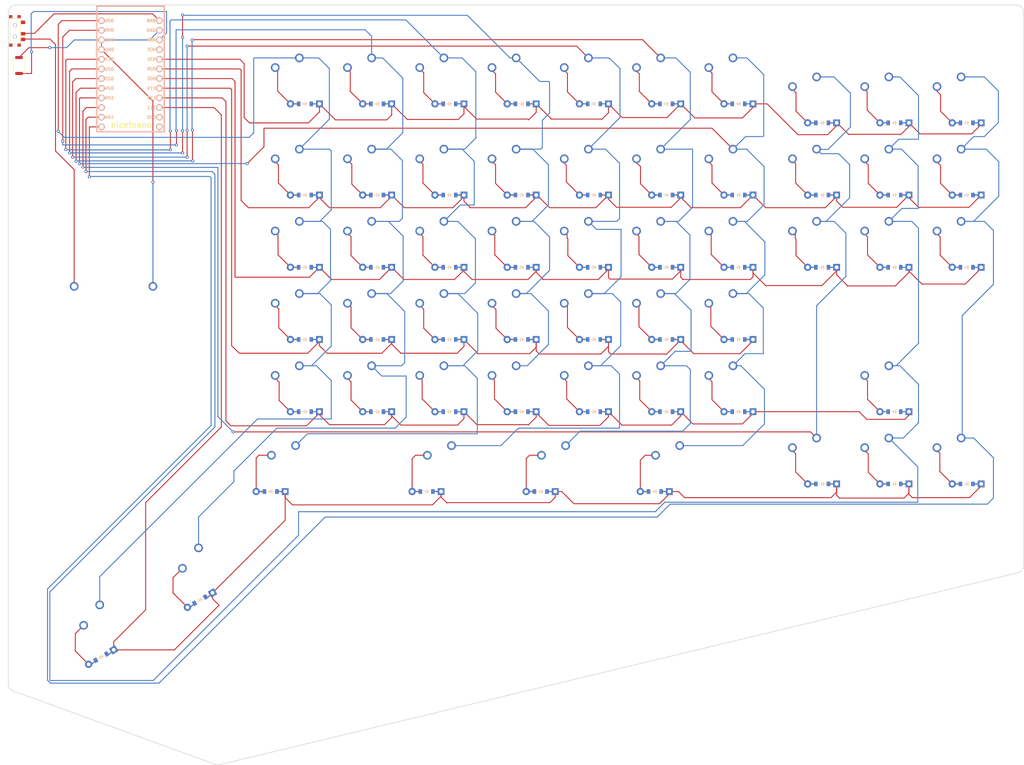
<source format=kicad_pcb>
(kicad_pcb (version 20240108) (generator "pcbnew") (generator_version "8.0")
  (title_block (title "right") (rev "v1.0.0") (company "Unknown"))
  (layers (0 "F.Cu" signal) (31 "B.Cu" signal) (34 "B.Paste" user) (35 "F.Paste" user) (36 "B.SilkS" user "B.Silkscreen") (37 "F.SilkS" user "F.Silkscreen") (38 "B.Mask" user) (39 "F.Mask" user) (44 "Edge.Cuts" user))
  (net 0 "")
  (net 1 "P029")
  (net 2 "P002")
  (net 3 "P115")
  (net 4 "P113")
  (net 5 "P111")
  (net 6 "P031")
  (net 7 "P006")
  (net 8 "yhncol_nmrow")
  (net 9 "yhncol_hjkrow")
  (net 10 "yhncol_yuirow")
  (net 11 "yhncol_numberrow")
  (net 12 "P008")
  (net 13 "ujmcol_nmrow")
  (net 14 "ujmcol_hjkrow")
  (net 15 "ujmcol_yuirow")
  (net 16 "ujmcol_numberrow")
  (net 17 "P017")
  (net 18 "ikcol_nmrow")
  (net 19 "ikcol_hjkrow")
  (net 20 "ikcol_yuirow")
  (net 21 "ikcol_numberrow")
  (net 22 "P020")
  (net 23 "olcol_nmrow")
  (net 24 "olcol_hjkrow")
  (net 25 "olcol_yuirow")
  (net 26 "olcol_numberrow")
  (net 27 "P022")
  (net 28 "pcol_nmrow")
  (net 29 "pcol_hjkrow")
  (net 30 "pcol_yuirow")
  (net 31 "pcol_numberrow")
  (net 32 "P024")
  (net 33 "minuscol_nmrow")
  (net 34 "minuscol_hjkrow")
  (net 35 "minuscol_yuirow")
  (net 36 "minuscol_numberrow")
  (net 37 "P100")
  (net 38 "pluscol_nmrow")
  (net 39 "pluscol_hjkrow")
  (net 40 "pluscol_yuirow")
  (net 41 "pluscol_numberrow")
  (net 42 "f6_one")
  (net 43 "f7_one")
  (net 44 "f8_one")
  (net 45 "f9_one")
  (net 46 "f10_one")
  (net 47 "f11_one")
  (net 48 "f12_one")
  (net 49 "P011")
  (net 50 "left_down")
  (net 51 "left_del")
  (net 52 "left_ins")
  (net 53 "left_macro")
  (net 54 "P104")
  (net 55 "updown_down")
  (net 56 "updown_up")
  (net 57 "updown_del")
  (net 58 "updown_ins")
  (net 59 "updown_macro")
  (net 60 "P106")
  (net 61 "right_down")
  (net 62 "right_del")
  (net 63 "right_ins")
  (net 64 "right_macro")
  (net 65 "mirror_ctrl_thumbrow")
  (net 66 "mirror_winkey_thumbrow")
  (net 67 "mirror_alt_thumbrow")
  (net 68 "mirror_space_thumbrow")
  (net 69 "mirror_ctrl2_thumbrow")
  (net 70 "mirror_thumbkey_thumbrow")
  (net 71 "GND")
  (net 72 "RST")
  (net 73 "RAW")
  (net 74 "VCC")
  (net 75 "P010")
  (net 76 "P009")
  (net 77 "pos")
  (net 78 "batteryPlus")
  (footprint "MX" (layer "F.Cu") (at 191.373401 97.186115)
    (property "Reference" "S31" (hide yes))
    (property "Value" "" (hide yes))
  )
  (footprint "ComboDiode" (layer "F.Cu") (at 350.373401 66.186115 180)
    (property "Reference" "D84" (hide yes))
    (property "Value" "" (hide yes))
  )
  (footprint "ComboDiode" (layer "F.Cu") (at 214.373401 85.186115 180)
    (property "Reference" "D36" (hide yes))
    (property "Value" "" (hide yes))
  )
  (footprint "MX" (layer "F.Cu") (at 308.373401 97.186115)
    (property "Reference" "S73" (hide yes))
    (property "Value" "" (hide yes))
  )
  (footprint "ComboDiode" (layer "F.Cu") (at 271.373401 142.186115 180)
    (property "Reference" "D45" (hide yes))
    (property "Value" "" (hide yes))
  )
  (footprint "" (layer "F.Cu") (at 136.4 109.2)
    (property "Reference" "")
    (property "Value" "")
  )
  (footprint "ComboDiode" (layer "F.Cu") (at 195.373401 85.186115 180)
    (property "Reference" "D32" (hide yes))
    (property "Value" "" (hide yes))
  )
  (footprint "MX" (layer "F.Cu") (at 191.373401 54.186115)
    (property "Reference" "S66" (hide yes))
    (property "Value" "" (hide yes))
  )
  (footprint "ComboDiode" (layer "F.Cu") (at 312.373401 66.186115 180)
    (property "Reference" "D75" (hide yes))
    (property "Value" "" (hide yes))
  )
  (footprint "MX" (layer "F.Cu") (at 229.373401 97.186115)
    (property "Reference" "S39" (hide yes))
    (property "Value" "" (hide yes))
  )
  (footprint "MX" (layer "F.Cu") (at 172.373401 54.186115)
    (property "Reference" "S65" (hide yes))
    (property "Value" "" (hide yes))
  )
  (footprint "ComboDiode" (layer "F.Cu") (at 195.373401 61.186115 180)
    (property "Reference" "D66" (hide yes))
    (property "Value" "" (hide yes))
  )
  (footprint "MX" (layer "F.Cu") (at 172.373401 97.186115)
    (property "Reference" "S27" (hide yes))
    (property "Value" "" (hide yes))
  )
  (footprint "ComboDiode" (layer "F.Cu") (at 312.373401 85.186115 180)
    (property "Reference" "D74" (hide yes))
    (property "Value" "" (hide yes))
  )
  (footprint "MX" (layer "F.Cu") (at 191.373401 135.186115)
    (property "Reference" "S29" (hide yes))
    (property "Value" "" (hide yes))
  )
  (footprint "ComboDiode" (layer "F.Cu") (at 290.373401 85.186115 180)
    (property "Reference" "D52" (hide yes))
    (property "Value" "" (hide yes))
  )
  (footprint "MX" (layer "F.Cu") (at 308.373401 59.186115)
    (property "Reference" "S75" (hide yes))
    (property "Value" "" (hide yes))
  )
  (footprint "MX" (layer "F.Cu") (at 210.373401 78.186115)
    (property "Reference" "S36" (hide yes))
    (property "Value" "" (hide yes))
  )
  (footprint "MX" (layer "F.Cu") (at 267.373401 97.186115)
    (property "Reference" "S47" (hide yes))
    (property "Value" "" (hide yes))
  )
  (footprint "ComboDiode" (layer "F.Cu") (at 208.373401 163.186115 180)
    (property "Reference" "D87" (hide yes))
    (property "Value" "" (hide yes))
  )
  (footprint "MX" (layer "F.Cu") (at 346.373401 154.186115)
    (property "Reference" "S81" (hide yes))
    (property "Value" "" (hide yes))
  )
  (footprint "ComboDiode" (layer "F.Cu") (at 195.373401 123.186115 180)
    (property "Reference" "D30" (hide yes))
    (property "Value" "" (hide yes))
  )
  (footprint "MX" (layer "F.Cu") (at 172.373401 135.186115)
    (property "Reference" "S25" (hide yes))
    (property "Value" "" (hide yes))
  )
  (footprint "ComboDiode" (layer "F.Cu") (at 290.373401 123.186115 180)
    (property "Reference" "D50" (hide yes))
    (property "Value" "" (hide yes))
  )
  (footprint "Button_Switch_SMD:SW_Push_SPST_NO_Alps_SKRK" (layer "F.Cu") (at 101.2 51.1 90)
    (property "Reference" "REF**" (hide yes))
    (property "Value" "SW_Push_SPST_NO_Alps_SKRK" (hide yes))
  )
  (footprint "ComboDiode" (layer "F.Cu") (at 233.373401 104.186115 180)
    (property "Reference" "D39" (hide yes))
    (property "Value" "" (hide yes))
  )
  (footprint "MX" (layer "F.Cu") (at 248.373401 97.186115)
    (property "Reference" "S43" (hide yes))
    (property "Value" "" (hide yes))
  )
  (footprint "ComboDiode" (layer "F.Cu") (at 214.373401 123.186115 180)
    (property "Reference" "D34" (hide yes))
    (property "Value" "" (hide yes))
  )
  (footprint "MX" (layer "F.Cu") (at 191.373401 116.186115)
    (property "Reference" "S30" (hide yes))
    (property "Value" "" (hide yes))
  )
  (footprint "ComboDiode" (layer "F.Cu") (at 176.373401 85.186115 180)
    (property "Reference" "D28" (hide yes))
    (property "Value" "" (hide yes))
  )
  (footprint "ComboDiode" (layer "F.Cu") (at 252.373401 142.186115 180)
    (property "Reference" "D41" (hide yes))
    (property "Value" "" (hide yes))
  )
  (footprint "ComboDiode" (layer "F.Cu") (at 331.373401 161.186115 180)
    (property "Reference" "D76" (hide yes))
    (property "Value" "" (hide yes))
  )
  (footprint "MX" (layer "F.Cu") (at 242.373401 156.186115)
    (property "Reference" "S86" (hide yes))
    (property "Value" "" (hide yes))
  )
  (footprint "ComboDiode" (layer "F.Cu") (at 176.373401 104.186115 180)
    (property "Reference" "D27" (hide yes))
    (property "Value" "" (hide yes))
  )
  (footprint "ComboDiode" (layer "F.Cu") (at 290.373401 142.186115 180)
    (property "Reference" "D49" (hide yes))
    (property "Value" "" (hide yes))
  )
  (footprint "MX" (layer "F.Cu") (at 248.373401 54.186115)
    (property "Reference" "S69" (hide yes))
    (property "Value" "" (hide yes))
  )
  (footprint "MX" (layer "F.Cu") (at 267.373401 135.186115)
    (property "Reference" "S45" (hide yes))
    (property "Value" "" (hide yes))
  )
  (footprint "ComboDiode" (layer "F.Cu") (at 233.373401 61.186115 180)
    (property "Reference" "D68" (hide yes))
    (property "Value" "" (hide yes))
  )
  (footprint "MX" (layer "F.Cu") (at 272.373401 156.186115)
    (property "Reference" "S85" (hide yes))
    (property "Value" "" (hide yes))
  )
  (footprint "MX" (layer "F.Cu") (at 229.373401 78.186115)
    (property "Reference" "S40" (hide yes))
    (property "Value" "" (hide yes))
  )
  (footprint "MX" (layer "F.Cu") (at 171.373401 156.186115)
    (property "Reference" "S88" (hide yes))
    (property "Value" "" (hide yes))
  )
  (footprint "ComboDiode" (layer "F.Cu") (at 233.373401 142.186115 180)
    (property "Reference" "D37" (hide yes))
    (property "Value" "" (hide yes))
  )
  (footprint "MX" (layer "F.Cu") (at 346.373401 59.186115)
    (property "Reference" "S84" (hide yes))
    (property "Value" "" (hide yes))
  )
  (footprint "ComboDiode" (layer "F.Cu") (at 233.373401 85.186115 180)
    (property "Reference" "D40" (hide yes))
    (property "Value" "" (hide yes))
  )
  (footprint "ComboDiode" (layer "F.Cu") (at 214.373401 104.186115 180)
    (property "Reference" "D35" (hide yes))
    (property "Value" "" (hide yes))
  )
  (footprint "ComboDiode" (layer "F.Cu") (at 271.373401 85.186115 180)
    (property "Reference" "D48" (hide yes))
    (property "Value" "" (hide yes))
  )
  (footprint "ComboDiode" (layer "F.Cu") (at 290.373401 61.186115 180)
    (property "Reference" "D71" (hide yes))
    (property "Value" "" (hide yes))
  )
  (footprint "ComboDiode" (layer "F.Cu") (at 176.373401 142.186115 180)
    (property "Reference" "D25" (hide yes))
    (property "Value" "" (hide yes))
  )
  (footprint "ComboDiode" (layer "F.Cu") (at 252.373401 61.186115 180)
    (property "Reference" "D69" (hide yes))
    (property "Value" "" (hide yes))
  )
  (footprint "ComboDiode" (layer "F.Cu") (at 331.373401 85.186115 180)
    (property "Reference" "D79" (hide yes))
    (property "Value" "" (hide yes))
  )
  (footprint "MX" (layer "F.Cu") (at 172.373401 78.186115)
    (property "Reference" "S28" (hide yes))
    (property "Value" "" (hide yes))
  )
  (footprint "MX" (layer "F.Cu") (at 308.373401 78.186115)
    (property "Reference" "S74" (hide yes))
    (property "Value" "" (hide yes))
  )
  (footprint "MX" (layer "F.Cu") (at 210.373401 97.186115)
    (property "Reference" "S35" (hide yes))
    (property "Value" "" (hide yes))
  )
  (footprint "MX" (layer "F.Cu") (at 212.373401 156.186115)
    (property "Reference" "S87" (hide yes))
    (property "Value" "" (hide yes))
  )
  (footprint "MX" (layer "F.Cu") (at 210.373401 116.186115)
    (property "Reference" "S34" (hide yes))
    (property "Value" "" (hide yes))
  )
  (footprint "MX" (layer "F.Cu") (at 346.373401 78.186115)
    (property "Reference" "S83" (hide yes))
    (property "Value" "" (hide yes))
  )
  (footprint "MX" (layer "F.Cu") (at 267.373401 116.186115)
    (property "Reference" "S46" (hide yes))
    (property "Value" "" (hide yes))
  )
  (footprint "ComboDiode" (layer "F.Cu") (at 312.373401 104.186115 180)
    (property "Reference" "D73" (hide yes))
    (property "Value" "" (hide yes))
  )
  (footprint "ComboDiode" (layer "F.Cu") (at 271.373401 61.186115 180)
    (property "Reference" "D70" (hide yes))
    (property "Value" "" (hide yes))
  )
  (footprint "ComboDiode" (layer "F.Cu") (at 148.777902 191.748293 -150)
    (property "Reference" "D89" (hide yes))
    (property "Value" "" (hide yes))
  )
  (footprint "ComboDiode" (layer "F.Cu") (at 331.373401 104.186115 180)
    (property "Reference" "D78" (hide yes))
    (property "Value" "" (hide yes))
  )
  (footprint "MX" (layer "F.Cu") (at 191.373401 78.186115)
    (property "Reference" "S32" (hide yes))
    (property "Value" "" (hide yes))
  )
  (footprint "ComboDiode" (layer "F.Cu") (at 195.373401 104.186115 180)
    (property "Reference" "D31" (hide yes))
    (property "Value" "" (hide yes))
  )
  (footprint "ComboDiode" (layer "F.Cu") (at 176.373401 123.186115 180)
    (property "Reference" "D26" (hide yes))
    (property "Value" "" (hide yes))
  )
  (footprint "MX" (layer "F.Cu") (at 210.373401 54.186115)
    (property "Reference" "S67" (hide yes))
    (property "Value" "" (hide yes))
  )
  (footprint "ComboDiode" (layer "F.Cu") (at 331.373401 66.186115 180)
    (property "Reference" "D80" (hide yes))
    (property "Value" "" (hide yes))
  )
  (footprint "MX" (layer "F.Cu") (at 248.373401 116.186115)
    (property "Reference" "S42" (hide yes))
    (property "Value" "" (hide yes))
  )
  (footprint "ComboDiode" (layer "F.Cu") (at 176.373401 61.186115 180)
    (property "Reference" "D65" (hide yes))
    (property "Value" "" (hide yes))
  )
  (footprint "ComboDiode" (layer "F.Cu") (at 238.373401 163.186115 180)
    (property "Reference" "D86" (hide yes))
    (property "Value" "" (hide yes))
  )
  (footprint "MX" (layer "F.Cu") (at 229.373401 135.186115)
    (property "Reference" "S37" (hide yes))
    (property "Value" "" (hide yes))
  )
  (footprint "ComboDiode" (layer "F.Cu") (at 195.373401 142.186115 180)
    (property "Reference" "D29" (hide yes))
    (property "Value" "" (hide yes))
  )
  (footprint "ComboDiode" (layer "F.Cu") (at 252.373401 123.186115 180)
    (property "Reference" "D42" (hide yes))
    (property "Value" "" (hide yes))
  )
  (footprint "MX" (layer "F.Cu") (at 286.373401 135.186115)
    (property "Reference" "S49" (hide yes))
    (property "Value" "" (hide yes))
  )
  (footprint "ComboDiode" (layer "F.Cu") (at 214.373401 142.186115 180)
    (property "Reference" "D33" (hide yes))
    (property "Value" "" (hide yes))
  )
  (footprint "ComboDiode" (layer "F.Cu") (at 350.373401 104.186115 180)
    (property "Reference" "D82" (hide yes))
    (property "Value" "" (hide yes))
  )
  (footprint "MX" (layer "F.Cu") (at 267.373401 78.186115)
    (property "Reference" "S48" (hide yes))
    (property "Value" "" (hide yes))
  )
  (footprint "MX" (layer "F.Cu") (at 286.373401 78.186115)
    (property "Reference" "S52" (hide yes))
    (property "Value" "" (hide yes))
  )
  (footprint "ComboDiode" (layer "F.Cu") (at 271.373401 123.186115 180)
    (property "Reference" "D46" (hide yes))
    (property "Value" "" (hide yes))
  )
  (footprint "ComboDiode" (layer "F.Cu") (at 252.373401 85.186115 180)
    (property "Reference" "D44" (hide yes))
    (property "Value" "" (hide yes))
  )
  (footprint "MX" (layer "F.Cu") (at 286.373401 97.186115)
    (property "Reference" "S51" (hide yes))
    (property "Value" "" (hide yes))
  )
  (footprint "ComboDiode" (layer "F.Cu") (at 290.373401 104.186115 180)
    (property "Reference" "D51" (hide yes))
    (property "Value" "" (hide yes))
  )
  (footprint "MX" (layer "F.Cu") (at 327.373401 59.186115)
    (property "Reference" "S80" (hide yes))
    (property "Value" "" (hide yes))
  )
  (footprint "ComboDiode" (layer "F.Cu") (at 268.373401 163.186115 180)
    (property "Reference" "D85" (hide yes))
    (property "Value" "" (hide yes))
  )
  (footprint "MX" (layer "F.Cu") (at 172.373401 116.186115)
    (property "Reference" "S26" (hide yes))
    (property "Value" "" (hide yes))
  )
  (footprint "ComboDiode" (layer "F.Cu") (at 252.373401 104.186115 180)
    (property "Reference" "D43" (hide yes))
    (property "Value" "" (hide yes))
  )
  (footprint "MX" (layer "F.Cu") (at 308.373401 154.186115)
    (property "Reference" "S72" (hide yes))
    (property "Value" "" (hide yes))
  )
  (footprint "nice_nano" (layer "F.Cu") (at 130.5 53.27 -90)
    (property "Reference" "MCU1" (hide yes))
    (property "Value" "nice_nano" (hide yes))
  )
  (footprint "" (layer "F.Cu") (at 115.7 109.2)
    (property "Reference" "")
    (property "Value" "")
  )
  (footprint "ComboDiode" (layer "F.Cu") (at 312.373401 161.186115 180)
    (property "Reference" "D72" (hide yes))
    (property "Value" "" (hide yes))
  )
  (footprint "MX" (layer "F.Cu") (at 327.373401 154.186115)
    (property "Reference" "S76" (hide yes))
    (property "Value" "" (hide yes))
  )
  (footprint "MX" (layer "F.Cu") (at 248.373401 135.186115)
    (property "Reference" "S41" (hide yes))
    (property "Value" "" (hide yes))
  )
  (footprint "MX" (layer "F.Cu") (at 210.373401 135.186115)
    (property "Reference" "S33" (hide yes))
    (property "Value" "" (hide yes))
  )
  (footprint "ComboDiode" (layer "F.Cu") (at 271.373401 104.186115 180)
    (property "Reference" "D47" (hide yes))
    (property "Value" "" (hide yes))
  )
  (footprint "ComboDiode" (layer "F.Cu") (at 122.79714 206.748293 -150)
    (property "Reference" "D90" (hide yes))
    (property "Value" "" (hide yes))
  )
  (footprint "MX" (layer "F.Cu") (at 286.373401 116.186115)
    (property "Reference" "S50" (hide yes))
    (property "Value" "" (hide yes))
  )
  (footprint "MX" (layer "F.Cu") (at 327.373401 135.186115)
    (property "Reference" "S77" (hide yes))
    (property "Value" "" (hide yes))
  )
  (footprint "ComboDiode" (layer "F.Cu") (at 233.373401 123.186115 180)
    (property "Reference" "D38" (hide yes))
    (property "Value" "" (hide yes))
  )
  (footprint "MX" (layer "F.Cu") (at 267.373401 54.186115)
    (property "Reference" "S70" (hide yes))
    (property "Value" "" (hide yes))
  )
  (footprint "MX" (layer "F.Cu") (at 122.761242 198.686115 30)
    (property "Reference" "S90" (hide yes))
    (property "Value" "" (hide yes))
  )
  (footprint "MX" (layer "F.Cu") (at 327.373401 78.186115)
    (property "Reference" "S79" (hide yes))
    (property "Value" "" (hide yes))
  )
  (footprint "ComboDiode" (layer "F.Cu") (at 350.373401 161.186115 180)
    (property "Reference" "D81" (hide yes))
    (property "Value" "" (hide yes))
  )
  (footprint "MX" (layer "F.Cu") (at 286.373401 54.186115)
    (property "Reference" "S71" (hide yes))
    (property "Value" "" (hide yes))
  )
  (footprint "MX" (layer "F.Cu") (at 248.373401 78.186115)
    (property "Reference" "S44" (hide yes))
    (property "Value" "" (hide yes))
  )
  (footprint "MX" (layer "F.Cu") (at 148.742004 183.686115 30)
    (property "Reference" "S89" (hide yes))
    (property "Value" "" (hide yes))
  )
  (footprint "MX" (layer "F.Cu") (at 346.373401 97.186115)
    (property "Reference" "S82" (hide yes))
    (property "Value" "" (hide yes))
  )
  (footprint "MX" (layer "F.Cu") (at 327.373401 97.186115)
    (property "Reference" "S78" (hide yes))
    (property "Value" "" (hide yes))
  )
  (footprint "ComboDiode" (layer "F.Cu") (at 214.373401 61.186115 180)
    (property "Reference" "D67" (hide yes))
    (property "Value" "" (hide yes))
  )
  (footprint "MX" (layer "F.Cu") (at 229.373401 116.186115)
    (property "Reference" "S38" (hide yes))
    (property "Value" "" (hide yes))
  )
  (footprint "ComboDiode" (layer "F.Cu") (at 331.373401 142.186115 180)
    (property "Reference" "D77" (hide yes))
    (property "Value" "" (hide yes))
  )
  (footprint "ComboDiode" (layer "F.Cu") (at 167.373401 163.186115 180)
    (property "Reference" "D88" (hide yes))
    (property "Value" "" (hide yes))
  )
  (footprint "ComboDiode" (layer "F.Cu") (at 350.373401 85.186115 180)
    (property "Reference" "D83" (hide yes))
    (property "Value" "" (hide yes))
  )
  (footprint "MX" (layer "F.Cu") (at 229.373401 54.186115)
    (property "Reference" "S68" (hide yes))
    (property "Value" "" (hide yes))
  )
  (footprint "E73:SPDT_C128955" (layer "B.Cu") (at 100.125 42 -90)
    (property "Reference" "T1" (hide yes))
    (property "Value" "" (hide yes))
  )
  (gr_arc (start 153.958812 235.045285) (mid 153.378394 235.097586) (end 152.807539 234.980347) (stroke (width 0.15)) (layer "Edge.Cuts"))
  (gr_line (start 152.807539 234.980347) (end 99.689915 215.664847) (stroke (width 0.15)) (layer "Edge.Cuts"))
  (gr_arc (start 99.689915 215.664848) (mid 98.735266 214.932656) (end 98.373401 213.785261) (stroke (width 0.15)) (layer "Edge.Cuts"))
  (gr_line (start 98.373401 213.785261) (end 98.373401 37.186115) (stroke (width 0.15)) (layer "Edge.Cuts"))
  (gr_arc (start 98.373401 37.186115) (mid 98.959187 35.771901) (end 100.373401 35.186115) (stroke (width 0.15)) (layer "Edge.Cuts"))
  (gr_line (start 100.373401 35.186115) (end 363.373401 35.186115) (stroke (width 0.15)) (layer "Edge.Cuts"))
  (gr_line (start 365.373401 182.610189) (end 365.373401 37.186115) (stroke (width 0.15)) (layer "Edge.Cuts"))
  (gr_arc (start 365.373401 182.610188) (mid 364.94432 183.848014) (end 363.841188 184.554713) (stroke (width 0.15)) (layer "Edge.Cuts"))
  (gr_arc (start 363.373401 35.186115) (mid 364.787615 35.771901) (end 365.373401 37.186115) (stroke (width 0.15)) (layer "Edge.Cuts"))
  (gr_line (start 363.841188 184.554714) (end 153.958812 235.045285) (stroke (width 0.15)) (layer "Edge.Cuts"))
  (segment (start 199.183401 85.186115) (end 199.183401 85.516599) (width 0.25) (layer "F.Cu") (net 1))
  (segment (start 314.023401 85.186115) (end 316.183401 85.186115) (width 0.25) (layer "F.Cu") (net 1))
  (segment (start 237.183401 85.186115) (end 237.183401 85.716599) (width 0.25) (layer "F.Cu") (net 1))
  (segment (start 275.183401 85.916599) (end 272.7 88.4) (width 0.25) (layer "F.Cu") (net 1))
  (segment (start 180.183401 85.883401) (end 180.183401 85.186115) (width 0.25) (layer "F.Cu") (net 1))
  (segment (start 180.183401 85.716599) (end 180.183401 85.186115) (width 0.25) (layer "F.Cu") (net 1))
  (segment (start 333.023401 85.186115) (end 335.183401 85.186115) (width 0.25) (layer "F.Cu") (net 1))
  (segment (start 218.183401 85.616599) (end 218.183401 85.186115) (width 0.25) (layer "F.Cu") (net 1))
  (segment (start 161.5 88.5) (end 177.4 88.5) (width 0.25) (layer "F.Cu") (net 1))
  (segment (start 159.6 52.3) (end 159.6 86.6) (width 0.25) (layer "F.Cu") (net 1))
  (segment (start 199.183401 85.516599) (end 196.2 88.5) (width 0.25) (layer "F.Cu") (net 1))
  (segment (start 273.023401 85.186115) (end 275.183401 85.186115) (width 0.25) (layer "F.Cu") (net 1))
  (segment (start 215.3 88.5) (end 218.183401 85.616599) (width 0.25) (layer "F.Cu") (net 1))
  (segment (start 256.183401 86.283401) (end 256.183401 85.186115) (width 0.25) (layer "F.Cu") (net 1))
  (segment (start 332 88.4) (end 317.8 88.4) (width 0.25) (layer "F.Cu") (net 1))
  (segment (start 313.2 88.5) (end 297.497286 88.5) (width 0.25) (layer "F.Cu") (net 1))
  (segment (start 219.7 88.3) (end 218.183401 86.783401) (width 0.25) (layer "F.Cu") (net 1))
  (segment (start 272.7 88.4) (end 258.3 88.4) (width 0.25) (layer "F.Cu") (net 1))
  (segment (start 337.8 88.5) (end 337.9 88.4) (width 0.25) (layer "F.Cu") (net 1))
  (segment (start 237.386115 85.186115) (end 237.183401 85.186115) (width 0.25) (layer "F.Cu") (net 1))
  (segment (start 294.183401 85.186115) (end 290.869516 88.5) (width 0.25) (layer "F.Cu") (net 1))
  (segment (start 275.183401 85.783401) (end 275.183401 85.186115) (width 0.25) (layer "F.Cu") (net 1))
  (segment (start 317.8 88.4) (end 316.183401 86.783401) (width 0.25) (layer "F.Cu") (net 1))
  (segment (start 202.051357 88.051357) (end 202.5 88.5) (width 0.25) (layer "F.Cu") (net 1))
  (segment (start 159.3 52) (end 159.6 52.3) (width 0.25) (layer "F.Cu") (net 1))
  (segment (start 216.023401 85.186115) (end 218.183401 85.186115) (width 0.25) (layer "F.Cu") (net 1))
  (segment (start 240.7 88.5) (end 252.869516 88.5) (width 0.25) (layer "F.Cu") (net 1))
  (segment (start 335.183401 85.883401) (end 337.8 88.5) (width 0.25) (layer "F.Cu") (net 1))
  (segment (start 275.183401 85.186115) (end 275.183401 85.916599) (width 0.25) (layer "F.Cu") (net 1))
  (segment (start 199.183401 85.186115) (end 202.048643 88.051357) (width 0.25) (layer "F.Cu") (net 1))
  (segment (start 196.2 88.5) (end 182.8 88.5) (width 0.25) (layer "F.Cu") (net 1))
  (segment (start 197.023401 85.186115) (end 199.183401 85.186115) (width 0.25) (layer "F.Cu") (net 1))
  (segment (start 335.183401 85.186115) (end 335.183401 85.883401) (width 0.25) (layer "F.Cu") (net 1))
  (segment (start 290.869516 88.5) (end 277.9 88.5) (width 0.25) (layer "F.Cu") (net 1))
  (segment (start 335.183401 85.186115) (end 332 88.369516) (width 0.25) (layer "F.Cu") (net 1))
  (segment (start 218.183401 86.783401) (end 218.183401 85.186115) (width 0.25) (layer "F.Cu") (net 1))
  (segment (start 235.023401 85.186115) (end 237.183401 85.186115) (width 0.25) (layer "F.Cu") (net 1))
  (segment (start 237.183401 85.716599) (end 234.4 88.5) (width 0.25) (layer "F.Cu") (net 1))
  (segment (start 177.4 88.5) (end 180.183401 85.716599) (width 0.25) (layer "F.Cu") (net 1))
  (segment (start 202.5 88.5) (end 215.3 88.5) (width 0.25) (layer "F.Cu") (net 1))
  (segment (start 316.183401 85.186115) (end 316.183401 85.516599) (width 0.25) (layer "F.Cu") (net 1))
  (segment (start 240.7 88.5) (end 237.386115 85.186115) (width 0.25) (layer "F.Cu") (net 1))
  (segment (start 258.3 88.4) (end 256.183401 86.283401) (width 0.25) (layer "F.Cu") (net 1))
  (segment (start 297.497286 88.5) (end 294.183401 85.186115) (width 0.25) (layer "F.Cu") (net 1))
  (segment (start 292.023401 85.186115) (end 294.183401 85.186115) (width 0.25) (layer "F.Cu") (net 1))
  (segment (start 277.9 88.5) (end 275.183401 85.783401) (width 0.25) (layer "F.Cu") (net 1))
  (segment (start 354.183401 85.186115) (end 352.023401 85.186115) (width 0.25) (layer "F.Cu") (net 1))
  (segment (start 350.969516 88.4) (end 354.183401 85.186115) (width 0.25) (layer "F.Cu") (net 1))
  (segment (start 178.023401 85.186115) (end 180.183401 85.186115) (width 0.25) (layer "F.Cu") (net 1))
  (segment (start 138.12 52) (end 159.3 52) (width 0.25) (layer "F.Cu") (net 1))
  (segment (start 252.869516 88.5) (end 256.183401 85.186115) (width 0.25) (layer "F.Cu") (net 1))
  (segment (start 316.183401 86.783401) (end 316.183401 85.186115) (width 0.25) (layer "F.Cu") (net 1))
  (segment (start 254.023401 85.186115) (end 256.183401 85.186115) (width 0.25) (layer "F.Cu") (net 1))
  (segment (start 316.183401 85.516599) (end 313.2 88.5) (width 0.25) (layer "F.Cu") (net 1))
  (segment (start 202.048643 88.051357) (end 202.051357 88.051357) (width 0.25) (layer "F.Cu") (net 1))
  (segment (start 332 88.369516) (end 332 88.4) (width 0.25) (layer "F.Cu") (net 1))
  (segment (start 182.8 88.5) (end 180.183401 85.883401) (width 0.25) (layer "F.Cu") (net 1))
  (segment (start 159.6 86.6) (end 161.5 88.5) (width 0.25) (layer "F.Cu") (net 1))
  (segment (start 337.9 88.4) (end 350.969516 88.4) (width 0.25) (layer "F.Cu") (net 1))
  (segment (start 234.4 88.5) (end 219.7 88.5) (width 0.25) (layer "F.Cu") (net 1))
  (segment (start 219.7 88.5) (end 219.7 88.3) (width 0.25) (layer "F.Cu") (net 1))
  (segment (start 216.023401 85.186115) (end 218.183401 85.186115) (width 0.25) (layer "B.Cu") (net 1))
  (segment (start 197.023401 85.186115) (end 199.183401 85.186115) (width 0.25) (layer "B.Cu") (net 1))
  (segment (start 333.023401 85.186115) (end 335.183401 85.186115) (width 0.25) (layer "B.Cu") (net 1))
  (segment (start 292.023401 85.186115) (end 294.183401 85.186115) (width 0.25) (layer "B.Cu") (net 1))
  (segment (start 352.023401 85.186115) (end 354.183401 85.186115) (width 0.25) (layer "B.Cu") (net 1))
  (segment (start 178.023401 85.186115) (end 180.183401 85.186115) (width 0.25) (layer "B.Cu") (net 1))
  (segment (start 273.023401 85.186115) (end 275.183401 85.186115) (width 0.25) (layer "B.Cu") (net 1))
  (segment (start 254.023401 85.186115) (end 256.183401 85.186115) (width 0.25) (layer "B.Cu") (net 1))
  (segment (start 235.023401 85.186115) (end 237.183401 85.186115) (width 0.25) (layer "B.Cu") (net 1))
  (segment (start 314.023401 85.186115) (end 316.183401 85.186115) (width 0.25) (layer "B.Cu") (net 1))
  (segment (start 215.7 107.4) (end 218.183401 104.916599) (width 0.25) (layer "F.Cu") (net 2))
  (segment (start 316.183401 105.116599) (end 312.3 109) (width 0.25) (layer "F.Cu") (net 2))
  (segment (start 237.183401 105.483401) (end 237.183401 104.186115) (width 0.25) (layer "F.Cu") (net 2))
  (segment (start 201.348643 106.351357) (end 201.351357 106.351357) (width 0.25) (layer "F.Cu") (net 2))
  (segment (start 338.6 108.6) (end 335.183401 105.183401) (width 0.25) (layer "F.Cu") (net 2))
  (segment (start 316.183401 104.186115) (end 316.183401 105.116599) (width 0.25) (layer "F.Cu") (net 2))
  (segment (start 220.3 107.4) (end 218.183401 105.283401) (width 0.25) (layer "F.Cu") (net 2))
  (segment (start 201.351357 106.351357) (end 202.4 107.4) (width 0.25) (layer "F.Cu") (net 2))
  (segment (start 158.1 106.8) (end 177.569516 106.8) (width 0.25) (layer "F.Cu") (net 2))
  (segment (start 253.5 107.4) (end 238.9 107.4) (width 0.25) (layer "F.Cu") (net 2))
  (segment (start 316.183401 106.183401) (end 319.1 109.1) (width 0.25) (layer "F.Cu") (net 2))
  (segment (start 197.023401 104.186115) (end 199.183401 104.186115) (width 0.25) (layer "F.Cu") (net 2))
  (segment (start 196 107.4) (end 183.4 107.4) (width 0.25) (layer "F.Cu") (net 2))
  (segment (start 216.023401 104.186115) (end 218.183401 104.186115) (width 0.25) (layer "F.Cu") (net 2))
  (segment (start 256.183401 104.716599) (end 253.5 107.4) (width 0.25) (layer "F.Cu") (net 2))
  (segment (start 275.183401 105.116599) (end 273 107.3) (width 0.25) (layer "F.Cu") (net 2))
  (segment (start 354.183401 104.186115) (end 354.183401 104.116599) (width 0.25) (layer "F.Cu") (net 2))
  (segment (start 237.183401 105.216599) (end 235 107.4) (width 0.25) (layer "F.Cu") (net 2))
  (segment (start 335.183401 105.183401) (end 335.183401 104.186115) (width 0.25) (layer "F.Cu") (net 2))
  (segment (start 335.183401 105.516599) (end 335.183401 104.186115) (width 0.25) (layer "F.Cu") (net 2))
  (segment (start 294.183401 105.683401) (end 294.183401 104.186115) (width 0.25) (layer "F.Cu") (net 2))
  (segment (start 256.6 107.3) (end 256.183401 106.883401) (width 0.25) (layer "F.Cu") (net 2))
  (segment (start 312.3 109) (end 297.5 109) (width 0.25) (layer "F.Cu") (net 2))
  (segment (start 354.183401 104.186115) (end 354.183401 104.416599) (width 0.25) (layer "F.Cu") (net 2))
  (segment (start 196.484758 106.884758) (end 196.484758 106.915242) (width 0.25) (layer "F.Cu") (net 2))
  (segment (start 182.502714 106.502714) (end 182.5 106.502714) (width 0.25) (layer "F.Cu") (net 2))
  (segment (start 138.12 54.54) (end 157.24 54.54) (width 0.25) (layer "F.Cu") (net 2))
  (segment (start 354.113885 104.186115) (end 352.023401 104.186115) (width 0.25) (layer "F.Cu") (net 2))
  (segment (start 275.7 107.4) (end 275.7 107.3) (width 0.25) (layer "F.Cu") (net 2))
  (segment (start 256.183401 106.883401) (end 256.183401 104.186115) (width 0.25) (layer "F.Cu") (net 2))
  (segment (start 178.023401 104.186115) (end 180.183401 104.186115) (width 0.25) (layer "F.Cu") (net 2))
  (segment (start 354.183401 104.416599) (end 350 108.6) (width 0.25) (layer "F.Cu") (net 2))
  (segment (start 238.9 107.4) (end 238.9 107.2) (width 0.25) (layer "F.Cu") (net 2))
  (segment (start 293.5 107.4) (end 275.7 107.4) (width 0.25) (layer "F.Cu") (net 2))
  (segment (start 354.183401 104.116599) (end 354.113885 104.186115) (width 0.25) (layer "F.Cu") (net 2))
  (segment (start 202.4 107.4) (end 215.7 107.4) (width 0.25) (layer "F.Cu") (net 2))
  (segment (start 294.183401 106.683401) (end 294.2 106.7) (width 0.25) (layer "F.Cu") (net 2))
  (segment (start 275.183401 104.186115) (end 275.183401 105.116599) (width 0.25) (layer "F.Cu") (net 2))
  (segment (start 182.5 106.502714) (end 180.183401 104.186115) (width 0.25) (layer "F.Cu") (net 2))
  (segment (start 235 107.4) (end 220.3 107.4) (width 0.25) (layer "F.Cu") (net 2))
  (segment (start 177.569516 106.8) (end 180.183401 104.186115) (width 0.25) (layer "F.Cu") (net 2))
  (segment (start 331.6 109.1) (end 335.183401 105.516599) (width 0.25) (layer "F.Cu") (net 2))
  (segment (start 294.2 106.7) (end 293.5 107.4) (width 0.25) (layer "F.Cu") (net 2))
  (segment (start 256.183401 104.186115) (end 256.183401 104.716599) (width 0.25) (layer "F.Cu") (net 2))
  (segment (start 218.183401 104.916599) (end 218.183401 104.186115) (width 0.25) (layer "F.Cu") (net 2))
  (segment (start 157.24 54.54) (end 158 55.3) (width 0.25) (layer "F.Cu") (net 2))
  (segment (start 199.183401 104.186115) (end 201.348643 106.351357) (width 0.25) (layer "F.Cu") (net 2))
  (segment (start 314.023401 104.186115) (end 316.183401 104.186115) (width 0.25) (layer "F.Cu") (net 2))
  (segment (start 319.1 109.1) (end 331.6 109.1) (width 0.25) (layer "F.Cu") (net 2))
  (segment (start 275.183401 106.783401) (end 275.183401 104.186115) (width 0.25) (layer "F.Cu") (net 2))
  (segment (start 218.183401 105.283401) (end 218.183401 104.186115) (width 0.25) (layer "F.Cu") (net 2))
  (segment (start 350 108.6) (end 338.6 108.6) (width 0.25) (layer "F.Cu") (net 2))
  (segment (start 316.183401 104.186115) (end 316.183401 106.183401) (width 0.25) (layer "F.Cu") (net 2))
  (segment (start 237.183401 104.186115) (end 235.023401 104.186115) (width 0.25) (layer "F.Cu") (net 2))
  (segment (start 297.5 109) (end 294.183401 105.683401) (width 0.25) (layer "F.Cu") (net 2))
  (segment (start 333.023401 104.186115) (end 335.183401 104.186115) (width 0.25) (layer "F.Cu") (net 2))
  (segment (start 237.183401 104.186115) (end 237.183401 105.216599) (width 0.25) (layer "F.Cu") (net 2))
  (segment (start 294.183401 104.186115) (end 294.183401 106.683401) (width 0.25) (layer "F.Cu") (net 2))
  (segment (start 273.023401 104.186115) (end 275.183401 104.186115) (width 0.25) (layer "F.Cu") (net 2))
  (segment (start 158 55.3) (end 158 106.7) (width 0.25) (layer "F.Cu") (net 2))
  (segment (start 199.183401 104.186115) (end 196.484758 106.884758) (width 0.25) (layer "F.Cu") (net 2))
  (segment (start 238.9 107.2) (end 237.183401 105.483401) (width 0.25) (layer "F.Cu") (net 2))
  (segment (start 158 106.7) (end 158.1 106.8) (width 0.25) (layer "F.Cu") (net 2))
  (segment (start 196.484758 106.915242) (end 196 107.4) (width 0.25) (layer "F.Cu") (net 2))
  (segment (start 183.4 107.4) (end 182.502714 106.502714) (width 0.25) (layer "F.Cu") (net 2))
  (segment (start 275.7 107.3) (end 275.183401 106.783401) (width 0.25) (layer "F.Cu") (net 2))
  (segment (start 292.023401 104.186115) (end 294.183401 104.186115) (width 0.25) (layer "F.Cu") (net 2))
  (segment (start 273 107.3) (end 256.6 107.3) (width 0.25) (layer "F.Cu") (net 2))
  (segment (start 254.023401 104.186115) (end 256.183401 104.186115) (width 0.25) (layer "F.Cu") (net 2))
  (segment (start 352.023401 104.186115) (end 354.183401 104.186115) (width 0.25) (layer "B.Cu") (net 2))
  (segment (start 178.023401 104.186115) (end 180.183401 104.186115) (width 0.25) (layer "B.Cu") (net 2))
  (segment (start 237.183401 104.186115) (end 235.023401 104.186115) (width 0.25) (layer "B.Cu") (net 2))
  (segment (start 314.023401 104.186115) (end 316.183401 104.186115) (width 0.25) (layer "B.Cu") (net 2))
  (segment (start 333.023401 104.186115) (end 335.183401 104.186115) (width 0.25) (layer "B.Cu") (net 2))
  (segment (start 292.023401 104.186115) (end 294.183401 104.186115) (width 0.25) (layer "B.Cu") (net 2))
  (segment (start 273.023401 104.186115) (end 275.183401 104.186115) (width 0.25) (layer "B.Cu") (net 2))
  (segment (start 256.183401 104.186115) (end 254.023401 104.186115) (width 0.25) (layer "B.Cu") (net 2))
  (segment (start 218.183401 104.186115) (end 216.023401 104.186115) (width 0.25) (layer "B.Cu") (net 2))
  (segment (start 199.183401 104.186115) (end 197.023401 104.186115) (width 0.25) (layer "B.Cu") (net 2))
  (segment (start 273.023401 123.186115) (end 275.183401 123.186115) (width 0.25) (layer "F.Cu") (net 3))
  (segment (start 237.183401 123.186115) (end 237.183401 125.216599) (width 0.25) (layer "F.Cu") (net 3))
  (segment (start 237.183401 125.216599) (end 235.5 126.9) (width 0.25) (layer "F.Cu") (net 3))
  (segment (start 156.78 57.08) (end 157.1 57.4) (width 0.25) (layer "F.Cu") (net 3))
  (segment (start 138.12 57.08) (end 156.78 57.08) (width 0.25) (layer "F.Cu") (net 3))
  (segment (start 235.023401 123.186115) (end 237.183401 123.186115) (width 0.25) (layer "F.Cu") (net 3))
  (segment (start 290.8 126.9) (end 278.6 126.9) (width 0.25) (layer "F.Cu") (net 3))
  (segment (start 256.183401 125.016599) (end 254.2 127) (width 0.25) (layer "F.Cu") (net 3))
  (segment (start 201.5 126.8) (end 201.5 126.7) (width 0.25) (layer "F.Cu") (net 3))
  (segment (start 218.183401 125.016599) (end 216.4 126.8) (width 0.25) (layer "F.Cu") (net 3))
  (segment (start 254.023401 123.186115) (end 256.183401 123.186115) (width 0.25) (layer "F.Cu") (net 3))
  (segment (start 196.6 126.8) (end 182.2 126.8) (width 0.25) (layer "F.Cu") (net 3))
  (segment (start 221.7 126.9) (end 221.7 126.702714) (width 0.25) (layer "F.Cu") (net 3))
  (segment (start 178.023401 123.186115) (end 180.183401 123.186115) (width 0.25) (layer "F.Cu") (net 3))
  (segment (start 294.183401 123.186115) (end 294.183401 123.516599) (width 0.25) (layer "F.Cu") (net 3))
  (segment (start 157.1 124.8) (end 159.1 126.8) (width 0.25) (layer "F.Cu") (net 3))
  (segment (start 201.5 126.7) (end 199.183401 124.383401) (width 0.25) (layer "F.Cu") (net 3))
  (segment (start 182.2 126.8) (end 180.183401 124.783401) (width 0.25) (layer "F.Cu") (net 3))
  (segment (start 216.023401 123.186115) (end 218.183401 123.186115) (width 0.25) (layer "F.Cu") (net 3))
  (segment (start 221.7 126.702714) (end 218.183401 123.186115) (width 0.25) (layer "F.Cu") (net 3))
  (segment (start 271.4 127.1) (end 271.1 127.1) (width 0.25) (layer "F.Cu") (net 3))
  (segment (start 275.183401 123.186115) (end 275.183401 123.316599) (width 0.25) (layer "F.Cu") (net 3))
  (segment (start 256.183401 123.186115) (end 256.183401 125.016599) (width 0.25) (layer "F.Cu") (net 3))
  (segment (start 180.183401 123.716599) (end 180.183401 123.186115) (width 0.25) (layer "F.Cu") (net 3))
  (segment (start 159.1 126.8) (end 177.1 126.8) (width 0.25) (layer "F.Cu") (net 3))
  (segment (start 199.183401 124.383401) (end 199.183401 123.186115) (width 0.25) (layer "F.Cu") (net 3))
  (segment (start 254.2 127) (end 238 127) (width 0.25) (layer "F.Cu") (net 3))
  (segment (start 177.1 126.8) (end 180.183401 123.716599) (width 0.25) (layer "F.Cu") (net 3))
  (segment (start 180.183401 124.783401) (end 180.183401 123.186115) (width 0.25) (layer "F.Cu") (net 3))
  (segment (start 157.1 57.4) (end 157.1 124.8) (width 0.25) (layer "F.Cu") (net 3))
  (segment (start 271 127) (end 256.8 127) (width 0.25) (layer "F.Cu") (net 3))
  (segment (start 238 127) (end 237.183401 126.183401) (width 0.25) (layer "F.Cu") (net 3))
  (segment (start 199.183401 123.186115) (end 199.183401 124.216599) (width 0.25) (layer "F.Cu") (net 3))
  (segment (start 271.1 127.1) (end 271 127) (width 0.25) (layer "F.Cu") (net 3))
  (segment (start 216.4 126.8) (end 201.5 126.8) (width 0.25) (layer "F.Cu") (net 3))
  (segment (start 235.5 126.9) (end 221.7 126.9) (width 0.25) (layer "F.Cu") (net 3))
  (segment (start 199.183401 124.216599) (end 196.6 126.8) (width 0.25) (layer "F.Cu") (net 3))
  (segment (start 218.183401 123.186115) (end 218.183401 125.016599) (width 0.25) (layer "F.Cu") (net 3))
  (segment (start 256.8 127) (end 256.183401 126.383401) (width 0.25) (layer "F.Cu") (net 3))
  (segment (start 294.183401 123.516599) (end 290.8 126.9) (width 0.25) (layer "F.Cu") (net 3))
  (segment (start 256.183401 126.383401) (end 256.183401 123.186115) (width 0.25) (layer "F.Cu") (net 3))
  (segment (start 275.183401 123.316599) (end 271.4 127.1) (width 0.25) (layer "F.Cu") (net 3))
  (segment (start 278.6 126.9) (end 275.183401 123.483401) (width 0.25) (layer "F.Cu") (net 3))
  (segment (start 275.183401 123.483401) (end 275.183401 123.186115) (width 0.25) (layer "F.Cu") (net 3))
  (segment (start 292.023401 123.186115) (end 294.183401 123.186115) (width 0.25) (layer "F.Cu") (net 3))
  (segment (start 237.183401 126.183401) (end 237.183401 123.186115) (width 0.25) (layer "F.Cu") (net 3))
  (segment (start 197.023401 123.186115) (end 199.183401 123.186115) (width 0.25) (layer "F.Cu") (net 3))
  (segment (start 235.023401 123.186115) (end 237.183401 123.186115) (width 0.25) (layer "B.Cu") (net 3))
  (segment (start 292.023401 123.186115) (end 294.183401 123.186115) (width 0.25) (layer "B.Cu") (net 3))
  (segment (start 273.023401 123.186115) (end 275.183401 123.186115) (width 0.25) (layer "B.Cu") (net 3))
  (segment (start 178.023401 123.186115) (end 180.183401 123.186115) (width 0.25) (layer "B.Cu") (net 3))
  (segment (start 197.023401 123.186115) (end 199.183401 123.186115) (width 0.25) (layer "B.Cu") (net 3))
  (segment (start 254.023401 123.186115) (end 256.183401 123.186115) (width 0.25) (layer "B.Cu") (net 3))
  (segment (start 216.023401 123.186115) (end 218.183401 123.186115) (width 0.25) (layer "B.Cu") (net 3))
  (segment (start 256.183401 142.186115) (end 259.697286 145.7) (width 0.25) (layer "F.Cu") (net 4))
  (segment (start 221.597286 145.6) (end 235 145.6) (width 0.25) (layer "F.Cu") (net 4))
  (segment (start 240.5 145.8) (end 253.9 145.8) (width 0.25) (layer "F.Cu") (net 4))
  (segment (start 199.183401 142.186115) (end 199.183401 143.283401) (width 0.25) (layer "F.Cu") (net 4))
  (segment (start 178.023401 142.186115) (end 180.183401 142.186115) (width 0.25) (layer "F.Cu") (net 4))
  (segment (start 253.9 145.8) (end 256.183401 143.516599) (width 0.25) (layer "F.Cu") (net 4))
  (segment (start 334.1 144.2) (end 335.183401 143.116599) (width 0.25) (layer "F.Cu") (net 4))
  (segment (start 237.183401 142.483401) (end 240.5 145.8) (width 0.25) (layer "F.Cu") (net 4))
  (segment (start 272.8 145.7) (end 275.183401 143.316599) (width 0.25) (layer "F.Cu") (net 4))
  (segment (start 254.023401 142.186115) (end 256.183401 142.186115) (width 0.25) (layer "F.Cu") (net 4))
  (segment (start 156.9 145.9) (end 155.6 144.6) (width 0.25) (layer "F.Cu") (net 4))
  (segment (start 335.183401 143.116599) (end 335.183401 142.186115) (width 0.25) (layer "F.Cu") (net 4))
  (segment (start 322.086115 142.186115) (end 324.1 144.2) (width 0.25) (layer "F.Cu") (net 4))
  (segment (start 259.697286 145.7) (end 272.8 145.7) (width 0.25) (layer "F.Cu") (net 4))
  (segment (start 294.183401 142.616599) (end 294.183401 142.186115) (width 0.25) (layer "F.Cu") (net 4))
  (segment (start 278.397286 145.4) (end 291.4 145.4) (width 0.25) (layer "F.Cu") (net 4))
  (segment (start 292.023401 142.186115) (end 294.183401 142.186115) (width 0.25) (layer "F.Cu") (net 4))
  (segment (start 182.8 145.6) (end 197.3 145.6) (width 0.25) (layer "F.Cu") (net 4))
  (segment (start 155.6 144.6) (end 155.6 60.6) (width 0.25) (layer "F.Cu") (net 4))
  (segment (start 199.183401 143.283401) (end 201.6 145.7) (width 0.25) (layer "F.Cu") (net 4))
  (segment (start 235.023401 142.186115) (end 237.183401 142.186115) (width 0.25) (layer "F.Cu") (net 4))
  (segment (start 291.4 145.4) (end 294.183401 142.616599) (width 0.25) (layer "F.Cu") (net 4))
  (segment (start 176.8 145.9) (end 156.9 145.9) (width 0.25) (layer "F.Cu") (net 4))
  (segment (start 235 145.6) (end 235.1 145.7) (width 0.25) (layer "F.Cu") (net 4))
  (segment (start 180.183401 142.516599) (end 176.8 145.9) (width 0.25) (layer "F.Cu") (net 4))
  (segment (start 201.6 145.7) (end 216.6 145.7) (width 0.25) (layer "F.Cu") (net 4))
  (segment (start 273.023401 142.186115) (end 275.183401 142.186115) (width 0.25) (layer "F.Cu") (net 4))
  (segment (start 199.183401 143.716599) (end 199.183401 142.186115) (width 0.25) (layer "F.Cu") (net 4))
  (segment (start 180.183401 142.186115) (end 180.183401 142.983401) (width 0.25) (layer "F.Cu") (net 4))
  (segment (start 294.183401 142.186115) (end 322.086115 142.186115) (width 0.25) (layer "F.Cu") (net 4))
  (segment (start 237.183401 143.616599) (end 237.183401 142.186115) (width 0.25) (layer "F.Cu") (net 4))
  (segment (start 237.183401 142.186115) (end 237.183401 142.483401) (width 0.25) (layer "F.Cu") (net 4))
  (segment (start 197.023401 142.186115) (end 199.183401 142.186115) (width 0.25) (layer "F.Cu") (net 4))
  (segment (start 333.023401 142.186115) (end 335.183401 142.186115) (width 0.25) (layer "F.Cu") (net 4))
  (segment (start 275.183401 142.186115) (end 278.397286 145.4) (width 0.25) (layer "F.Cu") (net 4))
  (segment (start 218.183401 144.016599) (end 218.183401 142.186115) (width 0.25) (layer "F.Cu") (net 4))
  (segment (start 155.6 60.6) (end 154.62 59.62) (width 0.25) (layer "F.Cu") (net 4))
  (segment (start 324.1 144.2) (end 334.1 144.2) (width 0.25) (layer "F.Cu") (net 4))
  (segment (start 180.183401 142.983401) (end 182.8 145.6) (width 0.25) (layer "F.Cu") (net 4))
  (segment (start 180.183401 142.186115) (end 180.183401 142.516599) (width 0.25) (layer "F.Cu") (net 4))
  (segment (start 256.183401 143.516599) (end 256.183401 142.186115) (width 0.25) (layer "F.Cu") (net 4))
  (segment (start 216.6 145.6) (end 218.183401 144.016599) (width 0.25) (layer "F.Cu") (net 4))
  (segment (start 216.6 145.7) (end 216.6 145.6) (width 0.25) (layer "F.Cu") (net 4))
  (segment (start 216.023401 142.186115) (end 218.183401 142.186115) (width 0.25) (layer "F.Cu") (net 4))
  (segment (start 275.183401 143.316599) (end 275.183401 142.186115) (width 0.25) (layer "F.Cu") (net 4))
  (segment (start 154.62 59.62) (end 138.12 59.62) (width 0.25) (layer "F.Cu") (net 4))
  (segment (start 218.183401 142.186115) (end 221.597286 145.6) (width 0.25) (layer "F.Cu") (net 4))
  (segment (start 235.1 145.7) (end 237.183401 143.616599) (width 0.25) (layer "F.Cu") (net 4))
  (segment (start 197.3 145.6) (end 199.183401 143.716599) (width 0.25) (layer "F.Cu") (net 4))
  (segment (start 235.023401 142.186115) (end 237.183401 142.186115) (width 0.25) (layer "B.Cu") (net 4))
  (segment (start 178.023401 142.186115) (end 180.183401 142.186115) (width 0.25) (layer "B.Cu") (net 4))
  (segment (start 333.023401 142.186115) (end 335.183401 142.186115) (width 0.25) (layer "B.Cu") (net 4))
  (segment (start 292.023401 142.186115) (end 294.183401 142.186115) (width 0.25) (layer "B.Cu") (net 4))
  (segment (start 273.023401 142.186115) (end 275.183401 142.186115) (width 0.25) (layer "B.Cu") (net 4))
  (segment (start 216.023401 142.186115) (end 218.183401 142.186115) (width 0.25) (layer "B.Cu") (net 4))
  (segment (start 254.023401 142.186115) (end 256.183401 142.186115) (width 0.25) (layer "B.Cu") (net 4))
  (segment (start 197.023401 142.186115) (end 199.183401 142.186115) (width 0.25) (layer "B.Cu") (net 4))
  (segment (start 316.9 164.9) (end 316.183401 164.183401) (width 0.25) (layer "F.Cu") (net 5))
  (segment (start 124.226082 205.923293) (end 125.016697 205.923293) (width 0.25) (layer "F.Cu") (net 5))
  (segment (start 335.183401 161.186115) (end 335.183401 163.616599) (width 0.25) (layer "F.Cu") (net 5))
  (segment (start 212.183401 164.416599) (end 209.9 166.7) (width 0.25) (layer "F.Cu") (net 5))
  (segment (start 333.9 164.9) (end 316.9 164.9) (width 0.25) (layer "F.Cu") (net 5))
  (segment (start 126.096697 204.843293) (end 142.056707 204.843293) (width 0.25) (layer "F.Cu") (net 5))
  (segment (start 316.183401 161.186115) (end 316.183401 163.316599) (width 0.25) (layer "F.Cu") (net 5))
  (segment (start 209.9 166.7) (end 173.1 166.7) (width 0.25) (layer "F.Cu") (net 5))
  (segment (start 354.183401 161.186115) (end 354.183401 161.716599) (width 0.25) (layer "F.Cu") (net 5))
  (segment (start 352.023401 161.186115) (end 354.183401 161.186115) (width 0.25) (layer "F.Cu") (net 5))
  (segment (start 335.183401 163.616599) (end 333.9 164.9) (width 0.25) (layer "F.Cu") (net 5))
  (segment (start 316.183401 164.183401) (end 316.183401 161.186115) (width 0.25) (layer "F.Cu") (net 5))
  (segment (start 354.183401 161.716599) (end 351.1 164.8) (width 0.25) (layer "F.Cu") (net 5))
  (segment (start 242.183401 163.186115) (end 242.183401 164.716599) (width 0.25) (layer "F.Cu") (net 5))
  (segment (start 152.46 62.16) (end 154.4 64.1) (width 0.25) (layer "F.Cu") (net 5))
  (segment (start 171.183401 170.737351) (end 152.077459 189.843293) (width 0.25) (layer "F.Cu") (net 5))
  (segment (start 314.7 164.8) (end 276.2 164.8) (width 0.25) (layer "F.Cu") (net 5))
  (segment (start 150.206844 190.923293) (end 150.997459 190.923293) (width 0.25) (layer "F.Cu") (net 5))
  (segment (start 243.886115 163.186115) (end 242.183401 163.186115) (width 0.25) (layer "F.Cu") (net 5))
  (segment (start 169.023401 163.186115) (end 171.183401 163.186115) (width 0.25) (layer "F.Cu") (net 5))
  (segment (start 276.2 164.8) (end 274.586115 163.186115) (width 0.25) (layer "F.Cu") (net 5))
  (segment (start 171.183401 164.783401) (end 171.183401 163.186115) (width 0.25) (layer "F.Cu") (net 5))
  (segment (start 242.183401 164.716599) (end 240.8 166.1) (width 0.25) (layer "F.Cu") (net 5))
  (segment (start 138.12 62.16) (end 152.46 62.16) (width 0.25) (layer "F.Cu") (net 5))
  (segment (start 212.183401 164.683401) (end 212.183401 163.186115) (width 0.25) (layer "F.Cu") (net 5))
  (segment (start 213.7 166.2) (end 212.183401 164.683401) (width 0.25) (layer "F.Cu") (net 5))
  (segment (start 335.183401 163.9) (end 335.2 163.9) (width 0.25) (layer "F.Cu") (net 5))
  (segment (start 272.183401 163.186115) (end 272.183401 163.816599) (width 0.25) (layer "F.Cu") (net 5))
  (segment (start 134.5 166.1) (end 134.5 194.3) (width 0.25) (layer "F.Cu") (net 5))
  (segment (start 351.1 164.8) (end 336.1 164.8) (width 0.25) (layer "F.Cu") (net 5))
  (segment (start 154.4 64.1) (end 154.4 146.2) (width 0.25) (layer "F.Cu") (net 5))
  (segment (start 316.183401 163.316599) (end 314.7 164.8) (width 0.25) (layer "F.Cu") (net 5))
  (segment (start 269.6 166.4) (end 247.1 166.4) (width 0.25) (layer "F.Cu") (net 5))
  (segment (start 272.183401 163.816599) (end 269.6 166.4) (width 0.25) (layer "F.Cu") (net 5))
  (segment (start 173.1 166.7) (end 171.183401 164.783401) (width 0.25) (layer "F.Cu") (net 5))
  (segment (start 210.023401 163.186115) (end 212.183401 163.186115) (width 0.25) (layer "F.Cu") (net 5))
  (segment (start 335.183401 163.9) (end 335.183401 161.186115) (width 0.25) (layer "F.Cu") (net 5))
  (segment (start 247.1 166.4) (end 243.886115 163.186115) (width 0.25) (layer "F.Cu") (net 5))
  (segment (start 150.997459 190.923293) (end 152.077459 189.843293) (width 0.25) (layer "F.Cu") (net 5))
  (segment (start 213.8 166.1) (end 213.7 166.2) (width 0.25) (layer "F.Cu") (net 5))
  (segment (start 212.183401 163.186115) (end 212.183401 164.416599) (width 0.25) (layer "F.Cu") (net 5))
  (segment (start 240.8 166.1) (end 213.8 166.1) (width 0.25) (layer "F.Cu") (net 5))
  (segment (start 126.096697 202.703303) (end 126.096697 204.843293) (width 0.25) (layer "F.Cu") (net 5))
  (segment (start 274.586115 163.186115) (end 272.183401 163.186115) (width 0.25) (layer "F.Cu") (net 5))
  (segment (start 125.016697 205.923293) (end 126.096697 204.843293) (width 0.25) (layer "F.Cu") (net 5))
  (segment (start 153.8 193.1) (end 152.077459 191.377459) (width 0.25) (layer "F.Cu") (net 5))
  (segment (start 154.4 146.2) (end 134.5 166.1) (width 0.25) (layer "F.Cu") (net 5))
  (segment (start 335.2 163.9) (end 336.1 164.8) (width 0.25) (layer "F.Cu") (net 5))
  (segment (start 333.023401 161.186115) (end 335.183401 161.186115) (width 0.25) (layer "F.Cu") (net 5))
  (segment (start 171.183401 163.186115) (end 171.183401 170.737351) (width 0.25) (layer "F.Cu") (net 5))
  (segment (start 142.056707 204.843293) (end 153.8 193.1) (width 0.25) (layer "F.Cu") (net 5))
  (segment (start 134.5 194.3) (end 126.096697 202.703303) (width 0.25) (layer "F.Cu") (net 5))
  (segment (start 314.023401 161.186115) (end 316.183401 161.186115) (width 0.25) (layer "F.Cu") (net 5))
  (segment (start 152.077459 191.377459) (end 152.077459 189.843293) (width 0.25) (layer "F.Cu") (net 5))
  (segment (start 270.023401 163.186115) (end 272.183401 163.186115) (width 0.25) (layer "F.Cu") (net 5))
  (segment (start 240.023401 163.186115) (end 242.183401 163.186115) (width 0.25) (layer "F.Cu") (net 5))
  (segment (start 150.997459 190.923293) (end 152.077459 189.843293) (width 0.25) (layer "B.Cu") (net 5))
  (segment (start 352.023401 161.186115) (end 354.183401 161.186115) (width 0.25) (layer "B.Cu") (net 5))
  (segment (start 150.206844 190.923293) (end 150.997459 190.923293) (width 0.25) (layer "B.Cu") (net 5))
  (segment (start 125.016697 205.923293) (end 126.096697 204.843293) (width 0.25) (layer "B.Cu") (net 5))
  (segment (start 270.023401 163.186115) (end 272.183401 163.186115) (width 0.25) (layer "B.Cu") (net 5))
  (segment (start 210.023401 163.186115) (end 212.183401 163.186115) (width 0.25) (layer "B.Cu") (net 5))
  (segment (start 124.226082 205.923293) (end 125.016697 205.923293) (width 0.25) (layer "B.Cu") (net 5))
  (segment (start 333.023401 161.186115) (end 335.183401 161.186115) (width 0.25) (layer "B.Cu") (net 5))
  (segment (start 240.023401 163.186115) (end 242.183401 163.186115) (width 0.25) (layer "B.Cu") (net 5))
  (segment (start 314.023401 161.186115) (end 316.183401 161.186115) (width 0.25) (layer "B.Cu") (net 5))
  (segment (start 169.023401 163.186115) (end 171.183401 163.186115) (width 0.25) (layer "B.Cu") (net 5))
  (segment (start 180.183401 63.316599) (end 177.3 66.2) (width 0.25) (layer "F.Cu") (net 6))
  (segment (start 197.9 65.4) (end 199.183401 64.116599) (width 0.25) (layer "F.Cu") (net 6))
  (segment (start 197.023401 61.186115) (end 199.183401 61.186115) (width 0.25) (layer "F.Cu") (net 6))
  (segment (start 275.183401 61.186115) (end 278.897286 64.9) (width 0.25) (layer "F.Cu") (net 6))
  (segment (start 199.186115 61.186115) (end 203.3 65.3) (width 0.25) (layer "F.Cu") (net 6))
  (segment (start 235.023401 61.186115) (end 237.183401 61.186115) (width 0.25) (layer "F.Cu") (net 6))
  (segment (start 254.4 65.3) (end 256.183401 63.516599) (width 0.25) (layer "F.Cu") (net 6))
  (segment (start 160.4 64.8) (end 160.4 50.6) (width 0.25) (layer "F.Cu") (net 6))
  (segment (start 335.186115 66.186115) (end 338.1 69.1) (width 0.25) (layer "F.Cu") (net 6))
  (segment (start 218.183401 61.883401) (end 221.5 65.2) (width 0.25) (layer "F.Cu") (net 6))
  (segment (start 338.1 69.1) (end 351.7 69.1) (width 0.25) (layer "F.Cu") (net 6))
  (segment (start 218.183401 63.816599) (end 218.183401 61.186115) (width 0.25) (layer "F.Cu") (net 6))
  (segment (start 254.023401 61.186115) (end 256.183401 61.186115) (width 0.25) (layer "F.Cu") (net 6))
  (segment (start 254.3 65.2) (end 254.4 65.3) (width 0.25) (layer "F.Cu") (net 6))
  (segment (start 314.023401 66.186115) (end 316.183401 66.186115) (width 0.25) (layer "F.Cu") (net 6))
  (segment (start 316.183401 66.186115) (end 316.286115 66.186115) (width 0.25) (layer "F.Cu") (net 6))
  (segment (start 237.183401 61.186115) (end 241.1 65.102714) (width 0.25) (layer "F.Cu") (net 6))
  (segment (start 316.286115 66.186115) (end 319.3 69.2) (width 0.25) (layer "F.Cu") (net 6))
  (segment (start 335.183401 66.186115) (end 335.186115 66.186115) (width 0.25) (layer "F.Cu") (net 6))
  (segment (start 259.8 64.8) (end 271.569516 64.8) (width 0.25) (layer "F.Cu") (net 6))
  (segment (start 351.7 69.1) (end 354.183401 66.616599) (width 0.25) (layer "F.Cu") (net 6))
  (segment (start 177.3 66.2) (end 161.8 66.2) (width 0.25) (layer "F.Cu") (net 6))
  (segment (start 180.183401 61.186115) (end 180.183401 63.316599) (width 0.25) (layer "F.Cu") (net 6))
  (segment (start 333.023401 66.186115) (end 335.183401 66.186115) (width 0.25) (layer "F.Cu") (net 6))
  (segment (start 221.5 65.2) (end 235 65.2) (width 0.25) (layer "F.Cu") (net 6))
  (segment (start 256.183401 63.516599) (end 256.183401 61.186115) (width 0.25) (layer "F.Cu") (net 6))
  (segment (start 256.186115 61.186115) (end 259.8 64.8) (width 0.25) (layer "F.Cu") (net 6))
  (segment (start 184.397286 65.4) (end 197.9 65.4) (width 0.25) (layer "F.Cu") (net 6))
  (segment (start 180.183401 61.186115) (end 184.397286 65.4) (width 0.25) (layer "F.Cu") (net 6))
  (segment (start 203.3 65.3) (end 216.7 65.3) (width 0.25) (layer "F.Cu") (net 6))
  (segment (start 319.3 69.2) (end 333.1 69.2) (width 0.25) (layer "F.Cu") (net 6))
  (segment (start 218.183401 61.186115) (end 218.183401 61.883401) (width 0.25) (layer "F.Cu") (net 6))
  (segment (start 178.023401 61.186115) (end 180.183401 61.186115) (width 0.25) (layer "F.Cu") (net 6))
  (segment (start 199.183401 61.186115) (end 199.186115 61.186115) (width 0.25) (layer "F.Cu") (net 6))
  (segment (start 216.023401 61.186115) (end 218.183401 61.186115) (width 0.25) (layer "F.Cu") (net 6))
  (segment (start 294.183401 62.116599) (end 294.183401 61.186115) (width 0.25) (layer "F.Cu") (net 6))
  (segment (start 294.183401 61.186115) (end 297.886115 61.186115) (width 0.25) (layer "F.Cu") (net 6))
  (segment (start 199.183401 64.116599) (end 199.183401 61.186115) (width 0.25) (layer "F.Cu") (net 6))
  (segment (start 291.4 64.9) (end 294.183401 62.116599) (width 0.25) (layer "F.Cu") (net 6))
  (segment (start 316.183401 66.916599) (end 316.183401 66.186115) (width 0.25) (layer "F.Cu") (net 6))
  (segment (start 160.4 50.6) (end 159.26 49.46) (width 0.25) (layer "F.Cu") (net 6))
  (segment (start 306 69.3) (end 313.8 69.3) (width 0.25) (layer "F.Cu") (net 6))
  (segment (start 235 65.2) (end 235.2 65.4) (width 0.25) (layer "F.Cu") (net 6))
  (segment (start 354.183401 66.186115) (end 354.286115 66.186115) (width 0.25) (layer "F.Cu") (net 6))
  (segment (start 241.1 65.102714) (end 241.1 65.2) (width 0.25) (layer "F.Cu") (net 6))
  (segment (start 333.1 69.2) (end 335.183401 67.116599) (width 0.25) (layer "F.Cu") (net 6))
  (segment (start 273.023401 61.186115) (end 275.183401 61.186115) (width 0.25) (layer "F.Cu") (net 6))
  (segment (start 216.7 65.3) (end 218.183401 63.816599) (width 0.25) (layer "F.Cu") (net 6))
  (segment (start 256.183401 61.186115) (end 256.186115 61.186115) (width 0.25) (layer "F.Cu") (net 6))
  (segment (start 354.286115 66.186115) (end 352.023401 66.186115) (width 0.25) (layer "F.Cu") (net 6))
  (segment (start 313.8 69.3) (end 316.183401 66.916599) (width 0.25) (layer "F.Cu") (net 6))
  (segment (start 241.1 65.2) (end 254.3 65.2) (width 0.25) (layer "F.Cu") (net 6))
  (segment (start 161.8 66.2) (end 160.4 64.8) (width 0.25) (layer "F.Cu") (net 6))
  (segment (start 159.26 49.46) (end 138.12 49.46) (width 0.25) (layer "F.Cu") (net 6))
  (segment (start 271.569516 64.8) (end 275.183401 61.186115) (width 0.25) (layer "F.Cu") (net 6))
  (segment (start 237.183401 63.416599) (end 237.183401 61.186115) (width 0.25) (layer "F.Cu") (net 6))
  (segment (start 235.2 65.4) (end 237.183401 63.416599) (width 0.25) (layer "F.Cu") (net 6))
  (segment (start 297.886115 61.186115) (end 306 69.3) (width 0.25) (layer "F.Cu") (net 6))
  (segment (start 292.023401 61.186115) (end 294.183401 61.186115) (width 0.25) (layer "F.Cu") (net 6))
  (segment (start 354.183401 66.616599) (end 354.183401 66.186115) (width 0.25) (layer "F.Cu") (net 6))
  (segment (start 278.897286 64.9) (end 291.4 64.9) (width 0.25) (layer "F.Cu") (net 6))
  (segment (start 335.183401 67.116599) (end 335.183401 66.186115) (width 0.25) (layer "F.Cu") (net 6))
  (segment (start 235.023401 61.186115) (end 237.183401 61.186115) (width 0.25) (layer "B.Cu") (net 6))
  (segment (start 314.023401 66.186115) (end 316.183401 66.186115) (width 0.25) (layer "B.Cu") (net 6))
  (segment (start 333.023401 66.186115) (end 335.183401 66.186115) (width 0.25) (layer "B.Cu") (net 6))
  (segment (start 197.023401 61.186115) (end 199.183401 61.186115) (width 0.25) (layer "B.Cu") (net 6))
  (segment (start 273.023401 61.186115) (end 275.183401 61.186115) (width 0.25) (layer "B.Cu") (net 6))
  (segment (start 254.023401 61.186115) (end 256.183401 61.186115) (width 0.25) (layer "B.Cu") (net 6))
  (segment (start 352.023401 66.186115) (end 354.183401 66.186115) (width 0.25) (layer "B.Cu") (net 6))
  (segment (start 292.023401 61.186115) (end 294.183401 61.186115) (width 0.25) (layer "B.Cu") (net 6))
  (segment (start 216.023401 61.186115) (end 218.183401 61.186115) (width 0.25) (layer "B.Cu") (net 6))
  (segment (start 178.023401 61.186115) (end 180.183401 61.186115) (width 0.25) (layer "B.Cu") (net 6))
  (segment (start 111.525 40.275) (end 112.5 39.3) (width 0.25) (layer "F.Cu") (net 7))
  (segment (start 111.525 68.4) (end 111.525 40.275) (width 0.25) (layer "F.Cu") (net 7))
  (segment (start 112.5 39.3) (end 122.88 39.3) (width 0.25) (layer "F.Cu") (net 7))
  (via (at 111.525 68.4) (size 0.8) (drill 0.4) (layers "F.Cu" "B.Cu") (net 7))
  (segment (start 180.293885 92.106115) (end 174.913401 92.106115) (width 0.25) (layer "B.Cu") (net 7))
  (segment (start 174.913401 111.106115) (end 180.306115 111.106115) (width 0.25) (layer "B.Cu") (net 7))
  (segment (start 183.3 89.1) (end 180.293885 92.106115) (width 0.25) (layer "B.Cu") (net 7))
  (segment (start 182.8 65.219516) (end 174.913401 73.106115) (width 0.25) (layer "B.Cu") (net 7))
  (segment (start 182.806115 73.106115) (end 183.3 73.6) (width 0.25) (layer "B.Cu") (net 7))
  (segment (start 161.7 70) (end 162.8 68.9) (width 0.25) (layer "B.Cu") (net 7))
  (segment (start 111.5 68.4) (end 113.1 70) (width 0.25) (layer "B.Cu") (net 7))
  (segment (start 174.913401 92.106115) (end 181.006115 92.106115) (width 0.25) (layer "B.Cu") (net 7))
  (segment (start 182.8 51.9) (end 182.8 65.219516) (width 0.25) (layer "B.Cu") (net 7))
  (segment (start 111.5 68.4) (end 111.5 68.375) (width 0.25) (layer "B.Cu") (net 7))
  (segment (start 163.9 144.1) (end 122.420947 185.579053) (width 0.25) (layer "B.Cu") (net 7))
  (segment (start 183.3 124.9) (end 178.093885 130.106115) (width 0.25) (layer "B.Cu") (net 7))
  (segment (start 162.8 68.9) (end 162.9 68.9) (width 0.25) (layer "B.Cu") (net 7))
  (segment (start 183.3 114.1) (end 183.3 124.9) (width 0.25) (layer "B.Cu") (net 7))
  (segment (start 162.9 49.3) (end 163.093885 49.106115) (width 0.25) (layer "B.Cu") (net 7))
  (segment (start 174.913401 73.106115) (end 182.806115 73.106115) (width 0.25) (layer "B.Cu") (net 7))
  (segment (start 179.693885 111.106115) (end 174.913401 111.106115) (width 0.25) (layer "B.Cu") (net 7))
  (segment (start 174.913401 49.106115) (end 180.006115 49.106115) (width 0.25) (layer "B.Cu") (net 7))
  (segment (start 111.5 68.375) (end 111.525 68.4) (width 0.25) (layer "B.Cu") (net 7))
  (segment (start 122.420947 185.579053) (end 122.420947 193.016706) (width 0.25) (layer "B.Cu") (net 7))
  (segment (start 179.406115 130.106115) (end 183.3 134) (width 0.25) (layer "B.Cu") (net 7))
  (segment (start 174.913401 130.106115) (end 179.406115 130.106115) (width 0.25) (layer "B.Cu") (net 7))
  (segment (start 183.1 94.2) (end 183.1 107.7) (width 0.25) (layer "B.Cu") (net 7))
  (segment (start 183.3 144.1) (end 163.9 144.1) (width 0.25) (layer "B.Cu") (net 7))
  (segment (start 180.006115 49.106115) (end 182.8 51.9) (width 0.25) (layer "B.Cu") (net 7))
  (segment (start 183.3 73.6) (end 183.3 89.1) (width 0.25) (layer "B.Cu") (net 7))
  (segment (start 178.093885 130.106115) (end 174.913401 130.106115) (width 0.25) (layer "B.Cu") (net 7))
  (segment (start 163.093885 49.106115) (end 174.913401 49.106115) (width 0.25) (layer "B.Cu") (net 7))
  (segment (start 181.006115 92.106115) (end 183.1 94.2) (width 0.25) (layer "B.Cu") (net 7))
  (segment (start 162.9 68.9) (end 162.9 49.3) (width 0.25) (layer "B.Cu") (net 7))
  (segment (start 113.1 70) (end 161.7 70) (width 0.25) (layer "B.Cu") (net 7))
  (segment (start 183.1 107.7) (end 179.693885 111.106115) (width 0.25) (layer "B.Cu") (net 7))
  (segment (start 180.306115 111.106115) (end 183.3 114.1) (width 0.25) (layer "B.Cu") (net 7))
  (segment (start 183.3 134) (end 183.3 144.1) (width 0.25) (layer "B.Cu") (net 7))
  (segment (start 168.563401 132.646115) (end 168.563401 133.363401) (width 0.25) (layer "F.Cu") (net 8))
  (segment (start 169.6 134.4) (end 169.6 139.222714) (width 0.25) (layer "F.Cu") (net 8))
  (segment (start 169.6 139.222714) (end 172.563401 142.186115) (width 0.25) (layer "F.Cu") (net 8))
  (segment (start 168.563401 133.363401) (end 169.6 134.4) (width 0.25) (layer "F.Cu") (net 8))
  (segment (start 172.563401 142.186115) (end 174.723401 142.186115) (width 0.25) (layer "F.Cu") (net 8))
  (segment (start 172.563401 142.186115) (end 174.723401 142.186115) (width 0.25) (layer "B.Cu") (net 8))
  (segment (start 169.5 115.1) (end 169.5 120.122714) (width 0.25) (layer "F.Cu") (net 9))
  (segment (start 169.5 120.122714) (end 172.563401 123.186115) (width 0.25) (layer "F.Cu") (net 9))
  (segment (start 168.563401 114.163401) (end 169.5 115.1) (width 0.25) (layer "F.Cu") (net 9))
  (segment (start 172.563401 123.186115) (end 174.723401 123.186115) (width 0.25) (layer "F.Cu") (net 9))
  (segment (start 168.563401 113.646115) (end 168.563401 114.163401) (width 0.25) (layer "F.Cu") (net 9))
  (segment (start 172.563401 123.186115) (end 174.723401 123.186115) (width 0.25) (layer "B.Cu") (net 9))
  (segment (start 168.563401 94.646115) (end 169.3 95.382714) (width 0.25) (layer "F.Cu") (net 10))
  (segment (start 169.3 95.382714) (end 169.3 100.922714) (width 0.25) (layer "F.Cu") (net 10))
  (segment (start 172.563401 104.186115) (end 174.723401 104.186115) (width 0.25) (layer "F.Cu") (net 10))
  (segment (start 169.3 100.922714) (end 172.563401 104.186115) (width 0.25) (layer "F.Cu") (net 10))
  (segment (start 172.563401 104.186115) (end 174.723401 104.186115) (width 0.25) (layer "B.Cu") (net 10))
  (segment (start 172.563401 85.186115) (end 174.723401 85.186115) (width 0.25) (layer "F.Cu") (net 11))
  (segment (start 168.563401 76.363401) (end 169.4 77.2) (width 0.25) (layer "F.Cu") (net 11))
  (segment (start 169.4 82.022714) (end 172.563401 85.186115) (width 0.25) (layer "F.Cu") (net 11))
  (segment (start 168.563401 75.646115) (end 168.563401 76.363401) (width 0.25) (layer "F.Cu") (net 11))
  (segment (start 169.4 77.2) (end 169.4 82.022714) (width 0.25) (layer "F.Cu") (net 11))
  (segment (start 172.563401 85.186115) (end 174.723401 85.186115) (width 0.25) (layer "B.Cu") (net 11))
  (segment (start 112.7 43.6) (end 114.46 41.84) (width 0.25) (layer "F.Cu") (net 12))
  (segment (start 112.7 71) (end 112.7 43.6) (width 0.25) (layer "F.Cu") (net 12))
  (segment (start 142.6 68.2) (end 142.6 72) (width 0.25) (layer "F.Cu") (net 12))
  (segment (start 114.46 41.84) (end 122.88 41.84) (width 0.25) (layer "F.Cu") (net 12))
  (via (at 142.6 72) (size 0.8) (drill 0.4) (layers "F.Cu" "B.Cu") (net 12))
  (via (at 142.6 68.2) (size 0.8) (drill 0.4) (layers "F.Cu" "B.Cu") (net 12))
  (via (at 112.7 71) (size 0.8) (drill 0.4) (layers "F.Cu" "B.Cu") (net 12))
  (segment (start 200.1 146.5) (end 203 143.6) (width 0.25) (layer "B.Cu") (net 12))
  (segment (start 198.893885 111.106115) (end 202.2 107.8) (width 0.25) (layer "B.Cu") (net 12))
  (segment (start 193.913401 43.413401) (end 192.2 41.7) (width 0.25) (layer "B.Cu") (net 12))
  (segment (start 198 111.2) (end 198 111.1) (width 0.25) (layer "B.Cu") (net 12))
  (segment (start 201.793885 130.106115) (end 202.6 129.3) (width 0.25) (layer "B.Cu") (net 12))
  (segment (start 196.607286 132.8) (end 193.913401 130.106115) (width 0.25) (layer "B.Cu") (net 12))
  (segment (start 196.806115 49.106115) (end 193.913401 49.106115) (width 0.25) (layer "B.Cu") (net 12))
  (segment (start 193.913401 130.106115) (end 201.793885 130.106115) (width 0.25) (layer "B.Cu") (net 12))
  (segment (start 193.913401 73.106115) (end 197.793885 73.106115) (width 0.25) (layer "B.Cu") (net 12))
  (segment (start 202.6 115.8) (end 198 111.2) (width 0.25) (layer "B.Cu") (net 12))
  (segment (start 202.6 129.3) (end 202.6 115.8) (width 0.25) (layer "B.Cu") (net 12))
  (segment (start 199.006115 73.106115) (end 193.913401 73.106115) (width 0.25) (layer "B.Cu") (net 12))
  (segment (start 193.913401 111.106115) (end 198.893885 111.106115) (width 0.25) (layer "B.Cu") (net 12))
  (segment (start 197.793885 73.106115) (end 202.1 68.8) (width 0.25) (layer "B.Cu") (net 12))
  (segment (start 203 143.6) (end 203 132.8) (width 0.25) (layer "B.Cu") (net 12))
  (segment (start 202.2 107.8) (end 202.2 96) (width 0.25) (layer "B.Cu") (net 12))
  (segment (start 202.1 54.4) (end 196.806115 49.106115) (width 0.25) (layer "B.Cu") (net 12))
  (segment (start 142.5 68.1) (end 142.6 68.2) (width 0.25) (layer "B.Cu") (net 12))
  (segment (start 202 91.3) (end 202 76.1) (width 0.25) (layer "B.Cu") (net 12))
  (segment (start 198 111.1) (end 197.9 111.1) (width 0.25) (layer "B.Cu") (net 12))
  (segment (start 198.306115 92.106115) (end 193.913401 92.106115) (width 0.25) (layer "B.Cu") (net 12))
  (segment (start 157.7 160.6) (end 157.7 157.8) (width 0.25) (layer "B.Cu") (net 12))
  (segment (start 169 146.5) (end 200.1 146.5) (width 0.25) (layer "B.Cu") (net 12))
  (segment (start 192.2 41.7) (end 142.5 41.7) (width 0.25) (layer "B.Cu") (net 12))
  (segment (start 142.5 41.7) (end 142.5 68.1) (width 0.25) (layer "B.Cu") (net 12))
  (segment (start 193.913401 49.106115) (end 193.913401 43.413401) (width 0.25) (layer "B.Cu") (net 12))
  (segment (start 142.6 72) (end 112.7 72) (width 0.25) (layer "B.Cu") (net 12))
  (segment (start 202.1 68.8) (end 202.1 54.4) (width 0.25) (layer "B.Cu") (net 12))
  (segment (start 202.2 96) (end 198.306115 92.106115) (width 0.25) (layer "B.Cu") (net 12))
  (segment (start 197.9 111.1) (end 197.893885 111.106115) (width 0.25) (layer "B.Cu") (net 12))
  (segment (start 201.193885 92.106115) (end 202 91.3) (width 0.25) (layer "B.Cu") (net 12))
  (segment (start 203 132.8) (end 196.607286 132.8) (width 0.25) (layer "B.Cu") (net 12))
  (segment (start 202 76.1) (end 199.006115 73.106115) (width 0.25) (layer "B.Cu") (net 12))
  (segment (start 157.7 157.8) (end 169 146.5) (width 0.25) (layer "B.Cu") (net 12))
  (segment (start 197.893885 111.106115) (end 193.913401 111.106115) (width 0.25) (layer "B.Cu") (net 12))
  (segment (start 148.401709 169.898291) (end 157.7 160.6) (width 0.25) (layer "B.Cu") (net 12))
  (segment (start 193.913401 92.106115) (end 201.193885 92.106115) (width 0.25) (layer "B.Cu") (net 12))
  (segment (start 148.401709 178.016706) (end 148.401709 169.898291) (width 0.25) (layer "B.Cu") (net 12))
  (segment (start 112.7 72) (end 112.7 71) (width 0.25) (layer "B.Cu") (net 12))
  (segment (start 188.5 139.122714) (end 191.563401 142.186115) (width 0.25) (layer "F.Cu") (net 13))
  (segment (start 187.563401 133.363401) (end 188.5 134.3) (width 0.25) (layer "F.Cu") (net 13))
  (segment (start 188.5 134.3) (end 188.5 139.122714) (width 0.25) (layer "F.Cu") (net 13))
  (segment (start 187.563401 132.646115) (end 187.563401 133.363401) (width 0.25) (layer "F.Cu") (net 13))
  (segment (start 191.563401 142.186115) (end 193.723401 142.186115) (width 0.25) (layer "F.Cu") (net 13))
  (segment (start 191.563401 142.186115) (end 193.723401 142.186115) (width 0.25) (layer "B.Cu") (net 13))
  (segment (start 188.5 114.582714) (end 188.5 120.122714) (width 0.25) (layer "F.Cu") (net 14))
  (segment (start 188.5 120.122714) (end 191.563401 123.186115) (width 0.25) (layer "F.Cu") (net 14))
  (segment (start 187.563401 113.646115) (end 188.5 114.582714) (width 0.25) (layer "F.Cu") (net 14))
  (segment (start 191.563401 123.186115) (end 193.723401 123.186115) (width 0.25) (layer "F.Cu") (net 14))
  (segment (start 191.563401 123.186115) (end 193.723401 123.186115) (width 0.25) (layer "B.Cu") (net 14))
  (segment (start 188.5 101.122714) (end 191.563401 104.186115) (width 0.25) (layer "F.Cu") (net 15))
  (segment (start 187.563401 95.163401) (end 188.5 96.1) (width 0.25) (layer "F.Cu") (net 15))
  (segment (start 187.563401 94.646115) (end 187.563401 95.163401) (width 0.25) (layer "F.Cu") (net 15))
  (segment (start 188.5 96.1) (end 188.5 101.122714) (width 0.25) (layer "F.Cu") (net 15))
  (segment (start 191.563401 104.186115) (end 193.723401 104.186115) (width 0.25) (layer "F.Cu") (net 15))
  (segment (start 193.723401 104.186115) (end 191.563401 104.186115) (width 0.25) (layer "B.Cu") (net 15))
  (segment (start 191.563401 85.186115) (end 193.723401 85.186115) (width 0.25) (layer "F.Cu") (net 16))
  (segment (start 187.563401 75.963401) (end 188.7 77.1) (width 0.25) (layer "F.Cu") (net 16))
  (segment (start 188.7 82.322714) (end 191.563401 85.186115) (width 0.25) (layer "F.Cu") (net 16))
  (segment (start 188.7 77.1) (end 188.7 82.322714) (width 0.25) (layer "F.Cu") (net 16))
  (segment (start 187.563401 75.646115) (end 187.563401 75.963401) (width 0.25) (layer "F.Cu") (net 16))
  (segment (start 191.563401 85.186115) (end 193.723401 85.186115) (width 0.25) (layer "B.Cu") (net 16))
  (segment (start 113.5 73.2) (end 113.5 49.8) (width 0.25) (layer "F.Cu") (net 17))
  (segment (start 141 68.3) (end 141 73.3) (width 0.25) (layer "F.Cu") (net 17))
  (segment (start 113.84 49.46) (end 122.88 49.46) (width 0.25) (layer "F.Cu") (net 17))
  (segment (start 113.5 49.8) (end 113.84 49.46) (width 0.25) (layer "F.Cu") (net 17))
  (via (at 141 68.3) (size 0.8) (drill 0.4) (layers "F.Cu" "B.Cu") (net 17))
  (via (at 113.5 73.2) (size 0.8) (drill 0.4) (layers "F.Cu" "B.Cu") (net 17))
  (via (at 141 73.3) (size 0.8) (drill 0.4) (layers "F.Cu" "B.Cu") (net 17))
  (segment (start 141.2 39.1) (end 202.907286 39.1) (width 0.25) (layer "B.Cu") (net 17))
  (segment (start 217.893885 130.106115) (end 212.913401 130.106115) (width 0.25) (layer "B.Cu") (net 17))
  (segment (start 221.3 70) (end 221.4 70.1) (width 0.25) (layer "B.Cu") (net 17))
  (segment (start 221.3 52.7) (end 221.3 70) (width 0.25) (layer "B.Cu") (net 17))
  (segment (start 221.7 148) (end 177.019516 148) (width 0.25) (layer "B.Cu") (net 17))
  (segment (start 221.8 116.3) (end 221.8 126.2) (width 0.25) (layer "B.Cu") (net 17))
  (segment (start 217.706115 73.106115) (end 220.9 76.3) (width 0.25) (layer "B.Cu") (net 17))
  (segment (start 212.913401 49.106115) (end 202.907286 39.1) (width 0.25) (layer "B.Cu") (net 17))
  (segment (start 113.363604 73.3) (end 113.4 73.3) (width 0.25) (layer "B.Cu") (net 17))
  (segment (start 212.913401 49.106115) (end 217.706115 49.106115) (width 0.25) (layer "B.Cu") (net 17))
  (segment (start 218.393885 111.106115) (end 212.913401 111.106115) (width 0.25) (layer "B.Cu") (net 17))
  (segment (start 141 73.3) (end 113.363604 73.3) (width 0.25) (layer "B.Cu") (net 17))
  (segment (start 177.019516 148) (end 173.913401 151.106115) (width 0.25) (layer "B.Cu") (net 17))
  (segment (start 218.406115 130.106115) (end 221.7 133.4) (width 0.25) (layer "B.Cu") (net 17))
  (segment (start 217.706115 49.106115) (end 221.3 52.7) (width 0.25) (layer "B.Cu") (net 17))
  (segment (start 140.9 68.2) (end 141 68.3) (width 0.25) (layer "B.Cu") (net 17))
  (segment (start 212.913401 73.106115) (end 217.706115 73.106115) (width 0.25) (layer "B.Cu") (net 17))
  (segment (start 212.913401 92.106115) (end 216.606115 92.106115) (width 0.25) (layer "B.Cu") (net 17))
  (segment (start 217.219516 87.8) (end 212.913401 92.106115) (width 0.25) (layer "B.Cu") (net 17))
  (segment (start 113.4 73.3) (end 113.5 73.2) (width 0.25) (layer "B.Cu") (net 17))
  (segment (start 212.913401 111.106115) (end 216.606115 111.106115) (width 0.25) (layer "B.Cu") (net 17))
  (segment (start 216.606115 92.106115) (end 221.2 96.7) (width 0.25) (layer "B.Cu") (net 17))
  (segment (start 220.9 76.3) (end 220.9 87.8) (width 0.25) (layer "B.Cu") (net 17))
  (segment (start 221.2 96.7) (end 221.2 108.3) (width 0.25) (layer "B.Cu") (net 17))
  (segment (start 221.2 108.3) (end 218.393885 111.106115) (width 0.25) (layer "B.Cu") (net 17))
  (segment (start 221.4 70.1) (end 218.393885 73.106115) (width 0.25) (layer "B.Cu") (net 17))
  (segment (start 216.606115 111.106115) (end 221.8 116.3) (width 0.25) (layer "B.Cu") (net 17))
  (segment (start 218.393885 73.106115) (end 212.913401 73.106115) (width 0.25) (layer "B.Cu") (net 17))
  (segment (start 221.7 133.4) (end 221.7 148) (width 0.25) (layer "B.Cu") (net 17))
  (segment (start 220.9 87.8) (end 217.219516 87.8) (width 0.25) (layer "B.Cu") (net 17))
  (segment (start 221.8 126.2) (end 217.893885 130.106115) (width 0.25) (layer "B.Cu") (net 17))
  (segment (start 140.9 39.4) (end 140.9 68.2) (width 0.25) (layer "B.Cu") (net 17))
  (segment (start 212.913401 130.106115) (end 218.406115 130.106115) (width 0.25) (layer "B.Cu") (net 17))
  (segment (start 141.2 39.1) (end 140.9 39.4) (width 0.25) (layer "B.Cu") (net 17))
  (segment (start 207.2 138.822714) (end 210.563401 142.186115) (width 0.25) (layer "F.Cu") (net 18))
  (segment (start 206.563401 132.646115) (end 207.2 133.282714) (width 0.25) (layer "F.Cu") (net 18))
  (segment (start 207.2 133.282714) (end 207.2 138.822714) (width 0.25) (layer "F.Cu") (net 18))
  (segment (start 210.563401 142.186115) (end 212.723401 142.186115) (width 0.25) (layer "F.Cu") (net 18))
  (segment (start 210.563401 142.186115) (end 212.723401 142.186115) (width 0.25) (layer "B.Cu") (net 18))
  (segment (start 207.6 120.222714) (end 210.563401 123.186115) (width 0.25) (layer "F.Cu") (net 19))
  (segment (start 207.6 115.2) (end 207.6 120.222714) (width 0.25) (layer "F.Cu") (net 19))
  (segment (start 206.563401 114.163401) (end 207.6 115.2) (width 0.25) (layer "F.Cu") (net 19))
  (segment (start 210.563401 123.186115) (end 212.723401 123.186115) (width 0.25) (layer "F.Cu") (net 19))
  (segment (start 206.563401 113.646115) (end 206.563401 114.163401) (width 0.25) (layer "F.Cu") (net 19))
  (segment (start 210.563401 123.186115) (end 212.723401 123.186115) (width 0.25) (layer "B.Cu") (net 19))
  (segment (start 207.4 96.1) (end 207.4 101.022714) (width 0.25) (layer "F.Cu") (net 20))
  (segment (start 207.4 101.022714) (end 210.563401 104.186115) (width 0.25) (layer "F.Cu") (net 20))
  (segment (start 210.563401 104.186115) (end 212.723401 104.186115) (width 0.25) (layer "F.Cu") (net 20))
  (segment (start 206.563401 95.263401) (end 207.4 96.1) (width 0.25) (layer "F.Cu") (net 20))
  (segment (start 206.563401 94.646115) (end 206.563401 95.263401) (width 0.25) (layer "F.Cu") (net 20))
  (segment (start 212.723401 104.186115) (end 210.563401 104.186115) (width 0.25) (layer "B.Cu") (net 20))
  (segment (start 206.563401 75.646115) (end 206.563401 76.263401) (width 0.25) (layer "F.Cu") (net 21))
  (segment (start 206.563401 76.263401) (end 207.4 77.1) (width 0.25) (layer "F.Cu") (net 21))
  (segment (start 207.4 82.022714) (end 210.563401 85.186115) (width 0.25) (layer "F.Cu") (net 21))
  (segment (start 210.563401 85.186115) (end 212.723401 85.186115) (width 0.25) (layer "F.Cu") (net 21))
  (segment (start 207.4 77.1) (end 207.4 82.022714) (width 0.25) (layer "F.Cu") (net 21))
  (segment (start 210.563401 85.186115) (end 212.723401 85.186115) (width 0.25) (layer "B.Cu") (net 21))
  (segment (start 114.5 52.6) (end 115.1 52) (width 0.25) (layer "F.Cu") (net 22))
  (segment (start 115.1 52) (end 122.88 52) (width 0.25) (layer "F.Cu") (net 22))
  (segment (start 144.2 68.3) (end 144.2 74.1) (width 0.25) (layer "F.Cu") (net 22))
  (segment (start 144.2 37.8) (end 144.2 43.7) (width 0.25) (layer "F.Cu") (net 22))
  (segment (start 114.5 74.1) (end 114.5 52.6) (width 0.25) (layer "F.Cu") (net 22))
  (via (at 144.2 43.7) (size 0.8) (drill 0.4) (layers "F.Cu" "B.Cu") (net 22))
  (via (at 114.5 74.1) (size 0.8) (drill 0.4) (layers "F.Cu" "B.Cu") (net 22))
  (via (at 144.2 37.8) (size 0.8) (drill 0.4) (layers "F.Cu" "B.Cu") (net 22))
  (via (at 144.2 68.3) (size 0.8) (drill 0.4) (layers "F.Cu" "B.Cu") (net 22))
  (via (at 144.2 74.1) (size 0.8) (drill 0.4) (layers "F.Cu" "B.Cu") (net 22))
  (segment (start 238.107286 55.3) (end 231.913401 49.106115) (width 0.25) (layer "B.Cu") (net 22))
  (segment (start 240.7 63.6) (end 240.7 55.5) (width 0.25) (layer "B.Cu") (net 22))
  (segment (start 234.793885 130.106115) (end 231.913401 130.106115) (width 0.25) (layer "B.Cu") (net 22))
  (segment (start 144.3 37.9) (end 144.2 37.8) (width 0.25) (layer "B.Cu") (net 22))
  (segment (start 231.913401 111.106115) (end 234.593885 111.106115) (width 0.25) (layer "B.Cu") (net 22))
  (segment (start 238.393885 73.106115) (end 238.8 72.7) (width 0.25) (layer "B.Cu") (net 22))
  (segment (start 236.306115 73.106115) (end 231.913401 73.106115) (width 0.25) (layer "B.Cu") (net 22))
  (segment (start 231.913401 49.106115) (end 230.296955 49.106115) (width 0.25) (layer "B.Cu") (net 22))
  (segment (start 240.4 77.2) (end 236.306115 73.106115) (width 0.25) (layer "B.Cu") (net 22))
  (segment (start 236.093885 92.106115) (end 240.4 87.8) (width 0.25) (layer "B.Cu") (net 22))
  (segment (start 234.593885 111.106115) (end 240.7 105) (width 0.25) (layer "B.Cu") (net 22))
  (segment (start 240.7 96.2) (end 236.606115 92.106115) (width 0.25) (layer "B.Cu") (net 22))
  (segment (start 144.2 74.1) (end 114.5 74.1) (width 0.25) (layer "B.Cu") (net 22))
  (segment (start 240.7 55.5) (end 240.5 55.3) (width 0.25) (layer "B.Cu") (net 22))
  (segment (start 144.2 43.7) (end 144.2 68.3) (width 0.25) (layer "B.Cu") (net 22))
  (segment (start 231.913401 92.106115) (end 236.093885 92.106115) (width 0.25) (layer "B.Cu") (net 22))
  (segment (start 230.296955 49.106115) (end 219.09084 37.9) (width 0.25) (layer "B.Cu") (net 22))
  (segment (start 238.8 72.7) (end 238.8 65.5) (width 0.25) (layer "B.Cu") (net 22))
  (segment (start 236.606115 92.106115) (end 231.913401 92.106115) (width 0.25) (layer "B.Cu") (net 22))
  (segment (start 231.913401 111.106115) (end 235.806115 111.106115) (width 0.25) (layer "B.Cu") (net 22))
  (segment (start 238.8 65.5) (end 240.7 63.6) (width 0.25) (layer "B.Cu") (net 22))
  (segment (start 144.3 37.9) (end 219.09084 37.9) (width 0.25) (layer "B.Cu") (net 22))
  (segment (start 240.7 105) (end 240.7 96.2) (width 0.25) (layer "B.Cu") (net 22))
  (segment (start 235.806115 111.106115) (end 240.4 115.7) (width 0.25) (layer "B.Cu") (net 22))
  (segment (start 240.4 124.5) (end 234.793885 130.106115) (width 0.25) (layer "B.Cu") (net 22))
  (segment (start 231.913401 73.106115) (end 238.393885 73.106115) (width 0.25) (layer "B.Cu") (net 22))
  (segment (start 240.4 87.8) (end 240.4 77.2) (width 0.25) (layer "B.Cu") (net 22))
  (segment (start 240.5 55.3) (end 238.107286 55.3) (width 0.25) (layer "B.Cu") (net 22))
  (segment (start 240.4 115.7) (end 240.4 124.5) (width 0.25) (layer "B.Cu") (net 22))
  (segment (start 225.563401 133.263401) (end 226.2 133.9) (width 0.25) (layer "F.Cu") (net 23))
  (segment (start 229.563401 142.186115) (end 231.723401 142.186115) (width 0.25) (layer "F.Cu") (net 23))
  (segment (start 225.563401 132.646115) (end 225.563401 133.263401) (width 0.25) (layer "F.Cu") (net 23))
  (segment (start 226.2 133.9) (end 226.2 138.822714) (width 0.25) (layer "F.Cu") (net 23))
  (segment (start 226.2 138.822714) (end 229.563401 142.186115) (width 0.25) (layer "F.Cu") (net 23))
  (segment (start 229.563401 142.186115) (end 231.723401 142.186115) (width 0.25) (layer "B.Cu") (net 23))
  (segment (start 226.6 120.222714) (end 229.563401 123.186115) (width 0.25) (layer "F.Cu") (net 24))
  (segment (start 229.563401 123.186115) (end 231.723401 123.186115) (width 0.25) (layer "F.Cu") (net 24))
  (segment (start 225.563401 114.263401) (end 226.6 115.3) (width 0.25) (layer "F.Cu") (net 24))
  (segment (start 225.563401 113.646115) (end 225.563401 114.263401) (width 0.25) (layer "F.Cu") (net 24))
  (segment (start 226.6 115.3) (end 226.6 120.222714) (width 0.25) (layer "F.Cu") (net 24))
  (segment (start 229.563401 123.186115) (end 231.723401 123.186115) (width 0.25) (layer "B.Cu") (net 24))
  (segment (start 225.563401 94.646115) (end 225.563401 95.063401) (width 0.25) (layer "F.Cu") (net 25))
  (segment (start 226.3 95.8) (end 226.3 100.922714) (width 0.25) (layer "F.Cu") (net 25))
  (segment (start 231.723401 104.186115) (end 229.563401 104.186115) (width 0.25) (layer "F.Cu") (net 25))
  (segment (start 226.3 100.922714) (end 229.563401 104.186115) (width 0.25) (layer "F.Cu") (net 25))
  (segment (start 225.563401 95.063401) (end 226.3 95.8) (width 0.25) (layer "F.Cu") (net 25))
  (segment (start 231.723401 104.186115) (end 229.563401 104.186115) (width 0.25) (layer "B.Cu") (net 25))
  (segment (start 225.563401 75.646115) (end 225.563401 76.263401) (width 0.25) (layer "F.Cu") (net 26))
  (segment (start 226.5 82.122714) (end 229.563401 85.186115) (width 0.25) (layer "F.Cu") (net 26))
  (segment (start 225.563401 76.263401) (end 226.5 77.2) (width 0.25) (layer "F.Cu") (net 26))
  (segment (start 226.5 77.2) (end 226.5 82.122714) (width 0.25) (layer "F.Cu") (net 26))
  (segment (start 229.563401 85.186115) (end 231.723401 85.186115) (width 0.25) (layer "F.Cu") (net 26))
  (segment (start 229.563401 85.186115) (end 231.723401 85.186115) (width 0.25) (layer "B.Cu") (net 26))
  (segment (start 145.4 46) (end 247.807286 46) (width 0.25) (layer "F.Cu") (net 27))
  (segment (start 250.913401 49.106115) (end 247.807286 46) (width 0.25) (layer "F.Cu") (net 27))
  (segment (start 145.4 68.2) (end 145.4 75.2) (width 0.25) (layer "F.Cu") (net 27))
  (segment (start 122.88 54.54) (end 116.16 54.54) (width 0.25) (layer "F.Cu") (net 27))
  (segment (start 115.3 55.4) (end 115.3 75.2) (width 0.25) (layer "F.Cu") (net 27))
  (segment (start 116.16 54.54) (end 115.3 55.4) (width 0.25) (layer "F.Cu") (net 27))
  (via (at 115.3 75.2) (size 0.8) (drill 0.4) (layers "F.Cu" "B.Cu") (net 27))
  (via (at 145.4 46) (size 0.8) (drill 0.4) (layers "F.Cu" "B.Cu") (net 27))
  (via (at 145.4 75.2) (size 0.8) (drill 0.4) (layers "F.Cu" "B.Cu") (net 27))
  (via (at 145.4 68.2) (size 0.8) (drill 0.4) (layers "F.Cu" "B.Cu") (net 27))
  (segment (start 259.1 91.4) (end 259.1 76.8) (width 0.25) (layer "B.Cu") (net 27))
  (segment (start 250.913401 73.106115) (end 259.2 64.819516) (width 0.25) (layer "B.Cu") (net 27))
  (segment (start 259.2 64.819516) (end 259.2 51.9) (width 0.25) (layer "B.Cu") (net 27))
  (segment (start 232.7 146.6) (end 232.8 146.5) (width 0.25) (layer "B.Cu") (net 27))
  (segment (start 259.5 94.2) (end 253.007286 94.2) (width 0.25) (layer "B.Cu") (net 27))
  (segment (start 227.893885 151.106115) (end 232.4 146.6) (width 0.25) (layer "B.Cu") (net 27))
  (segment (start 259.1 132.3) (end 256.906115 130.106115) (width 0.25) (layer "B.Cu") (net 27))
  (segment (start 257.206115 111.106115) (end 250.913401 111.106115) (width 0.25) (layer "B.Cu") (net 27))
  (segment (start 250.913401 92.106115) (end 258.393885 92.106115) (width 0.25) (layer "B.Cu") (net 27))
  (segment (start 250.913401 111.106115) (end 255.093885 111.106115) (width 0.25) (layer "B.Cu") (net 27))
  (segment (start 255.406115 73.106115) (end 250.913401 73.106115) (width 0.25) (layer "B.Cu") (net 27))
  (segment (start 256.2 49.2) (end 256.106115 49.106115) (width 0.25) (layer "B.Cu") (net 27))
  (segment (start 255.093885 111.106115) (end 259.5 106.7) (width 0.25) (layer "B.Cu") (net 27))
  (segment (start 259.2 51.9) (end 256.5 49.2) (width 0.25) (layer "B.Cu") (net 27))
  (segment (start 254.093885 130.106115) (end 259.4 124.8) (width 0.25) (layer "B.Cu") (net 27))
  (segment (start 259.4 124.8) (end 259.4 113.3) (width 0.25) (layer "B.Cu") (net 27))
  (segment (start 253.007286 94.2) (end 250.913401 92.106115) (width 0.25) (layer "B.Cu") (net 27))
  (segment (start 258.393885 92.106115) (end 259.1 91.4) (width 0.25) (layer "B.Cu") (net 27))
  (segment (start 214.913401 151.106115) (end 227.893885 151.106115) (width 0.25) (layer "B.Cu") (net 27))
  (segment (start 256.5 49.2) (end 256.2 49.2) (width 0.25) (layer "B.Cu") (net 27))
  (segment (start 232.8 146.5) (end 259.1 146.5) (width 0.25) (layer "B.Cu") (net 27))
  (segment (start 232.4 146.6) (end 232.7 146.6) (width 0.25) (layer "B.Cu") (net 27))
  (segment (start 256.106115 49.106115) (end 250.913401 49.106115) (width 0.25) (layer "B.Cu") (net 27))
  (segment (start 256.906115 130.106115) (end 250.913401 130.106115) (width 0.25) (layer "B.Cu") (net 27))
  (segment (start 259.1 146.5) (end 259.1 132.3) (width 0.25) (layer "B.Cu") (net 27))
  (segment (start 259.5 106.7) (end 259.5 94.2) (width 0.25) (layer "B.Cu") (net 27))
  (segment (start 145.4 75.2) (end 115.3 75.2) (width 0.25) (layer "B.Cu") (net 27))
  (segment (start 145.4 46) (end 145.4 68.2) (width 0.25) (layer "B.Cu") (net 27))
  (segment (start 259.1 76.8) (end 255.406115 73.106115) (width 0.25) (layer "B.Cu") (net 27))
  (segment (start 250.913401 130.106115) (end 254.093885 130.106115) (width 0.25) (layer "B.Cu") (net 27))
  (segment (start 259.4 113.3) (end 257.206115 111.106115) (width 0.25) (layer "B.Cu") (net 27))
  (segment (start 244.563401 133.563401) (end 245.2 134.2) (width 0.25) (layer "F.Cu") (net 28))
  (segment (start 244.563401 132.646115) (end 244.563401 133.563401) (width 0.25) (layer "F.Cu") (net 28))
  (segment (start 245.2 134.2) (end 245.2 138.822714) (width 0.25) (layer "F.Cu") (net 28))
  (segment (start 248.563401 142.186115) (end 250.723401 142.186115) (width 0.25) (layer "F.Cu") (net 28))
  (segment (start 245.2 138.822714) (end 248.563401 142.186115) (width 0.25) (layer "F.Cu") (net 28))
  (segment (start 248.563401 142.186115) (end 250.723401 142.186115) (width 0.25) (layer "B.Cu") (net 28))
  (segment (start 248.563401 123.186115) (end 250.723401 123.186115) (width 0.25) (layer "F.Cu") (net 29))
  (segment (start 245.4 120.022714) (end 248.563401 123.186115) (width 0.25) (layer "F.Cu") (net 29))
  (segment (start 245.4 114.482714) (end 245.4 120.022714) (width 0.25) (layer "F.Cu") (net 29))
  (segment (start 244.563401 113.646115) (end 245.4 114.482714) (width 0.25) (layer "F.Cu") (net 29))
  (segment (start 248.563401 123.186115) (end 250.723401 123.186115) (width 0.25) (layer "B.Cu") (net 29))
  (segment (start 245.3 95.382714) (end 245.3 96.5) (width 0.25) (layer "F.Cu") (net 30))
  (segment (start 244.563401 94.646115) (end 245.3 95.382714) (width 0.25) (layer "F.Cu") (net 30))
  (segment (start 245.3 96.5) (end 245.5 96.7) (width 0.25) (layer "F.Cu") (net 30))
  (segment (start 245.5 96.7) (end 245.5 101.122714) (width 0.25) (layer "F.Cu") (net 30))
  (segment (start 248.563401 104.186115) (end 250.723401 104.186115) (width 0.25) (layer "F.Cu") (net 30))
  (segment (start 245.5 101.122714) (end 248.563401 104.186115) (width 0.25) (layer "F.Cu") (net 30))
  (segment (start 250.723401 104.186115) (end 248.563401 104.186115) (width 0.25) (layer "B.Cu") (net 30))
  (segment (start 244.563401 76.763401) (end 245.1 77.3) (width 0.25) (layer "F.Cu") (net 31))
  (segment (start 248.563401 85.186115) (end 250.723401 85.186115) (width 0.25) (layer "F.Cu") (net 31))
  (segment (start 245.1 81.722714) (end 248.563401 85.186115) (width 0.25) (layer "F.Cu") (net 31))
  (segment (start 244.563401 75.646115) (end 244.563401 76.763401) (width 0.25) (layer "F.Cu") (net 31))
  (segment (start 245.1 77.3) (end 245.1 81.722714) (width 0.25) (layer "F.Cu") (net 31))
  (segment (start 248.563401 85.186115) (end 250.723401 85.186115) (width 0.25) (layer "B.Cu") (net 31))
  (segment (start 146.8 76.1) (end 146.9 76.2) (width 0.25) (layer "F.Cu") (net 32))
  (segment (start 117.32 57.08) (end 122.88 57.08) (width 0.25) (layer "F.Cu") (net 32))
  (segment (start 116.2 76.3) (end 116.2 58.2) (width 0.25) (layer "F.Cu") (net 32))
  (segment (start 116.2 58.2) (end 117.32 57.08) (width 0.25) (layer "F.Cu") (net 32))
  (segment (start 146.8 44.3) (end 146.7 44.4) (width 0.25) (layer "F.Cu") (net 32))
  (segment (start 146.8 68.1) (end 146.8 76.1) (width 0.25) (layer "F.Cu") (net 32))
  (segment (start 265.2 44.392714) (end 265.2 44.3) (width 0.25) (layer "F.Cu") (net 32))
  (segment (start 269.913401 49.106115) (end 265.2 44.392714) (width 0.25) (layer "F.Cu") (net 32))
  (segment (start 265.2 44.3) (end 146.8 44.3) (width 0.25) (layer "F.Cu") (net 32))
  (via (at 146.9 76.2) (size 0.8) (drill 0.4) (layers "F.Cu" "B.Cu") (net 32))
  (via (at 146.8 68.1) (size 0.8) (drill 0.4) (layers "F.Cu" "B.Cu") (net 32))
  (via (at 116.2 76.3) (size 0.8) (drill 0.4) (layers "F.Cu" "B.Cu") (net 32))
  (via (at 146.7 44.4) (size 0.8) (drill 0.4) (layers "F.Cu" "B.Cu") (net 32))
  (segment (start 277.9 115.5) (end 277.9 126.3) (width 0.25) (layer "B.Cu") (net 32))
  (segment (start 277.7 131.1) (end 276.706115 130.106115) (width 0.25) (layer "B.Cu") (net 32))
  (segment (start 275.7 147.3) (end 277.7 145.3) (width 0.25) (layer "B.Cu") (net 32))
  (segment (start 277.6 107.4) (end 273.893885 111.106115) (width 0.25) (layer "B.Cu") (net 32))
  (segment (start 273.893885 111.106115) (end 269.913401 111.106115) (width 0.25) (layer "B.Cu") (net 32))
  (segment (start 248.719516 147.3) (end 275.7 147.3) (width 0.25) (layer "B.Cu") (net 32))
  (segment (start 269.913401 49.106115) (end 273.906115 49.106115) (width 0.25) (layer "B.Cu") (net 32))
  (segment (start 269.913401 73.106115) (end 278.293885 73.106115) (width 0.25) (layer "B.Cu") (net 32))
  (segment (start 146.9 76.2) (end 116.3 76.2) (width 0.25) (layer "B.Cu") (net 32))
  (segment (start 277.7 145.3) (end 277.7 131.1) (width 0.25) (layer "B.Cu") (net 32))
  (segment (start 269.913401 111.106115) (end 273.506115 111.106115) (width 0.25) (layer "B.Cu") (net 32))
  (segment (start 274.593885 92.106115) (end 269.913401 92.106115) (width 0.25) (layer "B.Cu") (net 32))
  (segment (start 274.006115 92.106115) (end 277.6 95.7) (width 0.25) (layer "B.Cu") (net 32))
  (segment (start 273.906115 49.106115) (end 277.7 52.9) (width 0.25) (layer "B.Cu") (net 32))
  (segment (start 277.7 65.319516) (end 269.913401 73.106115) (width 0.25) (layer "B.Cu") (net 32))
  (segment (start 116.3 76.2) (end 116.2 76.3) (width 0.25) (layer "B.Cu") (net 32))
  (segment (start 277.7 52.9) (end 277.7 65.319516) (width 0.25) (layer "B.Cu") (net 32))
  (segment (start 244.913401 151.106115) (end 248.719516 147.3) (width 0.25) (layer "B.Cu") (net 32))
  (segment (start 273.506115 111.106115) (end 277.9 115.5) (width 0.25) (layer "B.Cu") (net 32))
  (segment (start 278.293885 73.106115) (end 278.3 73.1) (width 0.25) (layer "B.Cu") (net 32))
  (segment (start 278.3 73.1) (end 278.3 88.2) (width 0.25) (layer "B.Cu") (net 32))
  (segment (start 273.719516 126.3) (end 269.913401 130.106115) (width 0.25) (layer "B.Cu") (net 32))
  (segment (start 277.9 126.3) (end 273.719516 126.3) (width 0.25) (layer "B.Cu") (net 32))
  (segment (start 278.4 88.3) (end 274.593885 92.106115) (width 0.25) (layer "B.Cu") (net 32))
  (segment (start 146.7 68) (end 146.8 68.1) (width 0.25) (layer "B.Cu") (net 32))
  (segment (start 278.3 88.2) (end 278.4 88.3) (width 0.25) (layer "B.Cu") (net 32))
  (segment (start 276.706115 130.106115) (end 269.913401 130.106115) (width 0.25) (layer "B.Cu") (net 32))
  (segment (start 146.7 44.4) (end 146.7 68) (width 0.25) (layer "B.Cu") (net 32))
  (segment (start 277.6 95.7) (end 277.6 107.4) (width 0.25) (layer "B.Cu") (net 32))
  (segment (start 269.913401 92.106115) (end 274.006115 92.106115) (width 0.25) (layer "B.Cu") (net 32))
  (segment (start 264.4 139.022714) (end 267.563401 142.186115) (width 0.25) (layer "F.Cu") (net 33))
  (segment (start 267.563401 142.186115) (end 269.723401 142.186115) (width 0.25) (layer "F.Cu") (net 33))
  (segment (start 264.4 134.1) (end 264.4 139.022714) (width 0.25) (layer "F.Cu") (net 33))
  (segment (start 263.563401 132.646115) (end 263.563401 133.263401) (width 0.25) (layer "F.Cu") (net 33))
  (segment (start 263.563401 133.263401) (end 264.4 134.1) (width 0.25) (layer "F.Cu") (net 33))
  (segment (start 267.563401 142.186115) (end 269.723401 142.186115) (width 0.25) (layer "B.Cu") (net 33))
  (segment (start 263.563401 113.646115) (end 264.2 114.282714) (width 0.25) (layer "F.Cu") (net 34))
  (segment (start 264.2 114.282714) (end 264.2 119.822714) (width 0.25) (layer "F.Cu") (net 34))
  (segment (start 267.563401 123.186115) (end 269.723401 123.186115) (width 0.25) (layer "F.Cu") (net 34))
  (segment (start 264.2 119.822714) (end 267.563401 123.186115) (width 0.25) (layer "F.Cu") (net 34))
  (segment (start 267.563401 123.186115) (end 269.723401 123.186115) (width 0.25) (layer "B.Cu") (net 34))
  (segment (start 263.563401 94.646115) (end 263.563401 95.363401) (width 0.25) (layer "F.Cu") (net 35))
  (segment (start 264.2 96) (end 264.2 100.822714) (width 0.25) (layer "F.Cu") (net 35))
  (segment (start 264.2 100.822714) (end 267.563401 104.186115) (width 0.25) (layer "F.Cu") (net 35))
  (segment (start 267.563401 104.186115) (end 269.723401 104.186115) (width 0.25) (layer "F.Cu") (net 35))
  (segment (start 263.563401 95.363401) (end 264.2 96) (width 0.25) (layer "F.Cu") (net 35))
  (segment (start 267.563401 104.186115) (end 269.723401 104.186115) (width 0.25) (layer "B.Cu") (net 35))
  (segment (start 264.6 82.222714) (end 267.563401 85.186115) (width 0.25) (layer "F.Cu") (net 36))
  (segment (start 267.563401 85.186115) (end 269.723401 85.186115) (width 0.25) (layer "F.Cu") (net 36))
  (segment (start 264.6 77.7) (end 264.6 82.222714) (width 0.25) (layer "F.Cu") (net 36))
  (segment (start 263.563401 76.663401) (end 264.6 77.7) (width 0.25) (layer "F.Cu") (net 36))
  (segment (start 263.563401 75.646115) (end 263.563401 76.663401) (width 0.25) (layer "F.Cu") (net 36))
  (segment (start 267.563401 85.186115) (end 269.723401 85.186115) (width 0.25) (layer "B.Cu") (net 36))
  (segment (start 165.6 67.6) (end 165.6 72.5) (width 0.25) (layer "F.Cu") (net 37))
  (segment (start 117.1 59.7) (end 117.3 59.7) (width 0.25) (layer "F.Cu") (net 37))
  (segment (start 117.3 59.7) (end 117.38 59.62) (width 0.25) (layer "F.Cu") (net 37))
  (segment (start 288.913401 73.106115) (end 283.407286 67.6) (width 0.25) (layer "F.Cu") (net 37))
  (segment (start 117.1 76.925) (end 117.1 59.7) (width 0.25) (layer "F.Cu") (net 37))
  (segment (start 117.38 59.62) (end 122.88 59.62) (width 0.25) (layer "F.Cu") (net 37))
  (segment (start 283.407286 67.6) (end 165.6 67.6) (width 0.25) (layer "F.Cu") (net 37))
  (segment (start 165.6 72.5) (end 161.2 76.9) (width 0.25) (layer "F.Cu") (net 37))
  (via (at 117.1 76.925) (size 0.8) (drill 0.4) (layers "F.Cu" "B.Cu") (net 37))
  (via (at 161.2 76.9) (size 0.8) (drill 0.4) (layers "F.Cu" "B.Cu") (net 37))
  (segment (start 292.393885 111.106115) (end 288.913401 111.106115) (width 0.25) (layer "B.Cu") (net 37))
  (segment (start 291.906115 92.106115) (end 297.3 97.5) (width 0.25) (layer "B.Cu") (net 37))
  (segment (start 288.913401 73.106115) (end 292.506115 73.106115) (width 0.25) (layer "B.Cu") (net 37))
  (segment (start 297.2 136.3) (end 291.006115 130.106115) (width 0.25) (layer "B.Cu") (net 37))
  (segment (start 297.2 145.4) (end 297.2 136.3) (width 0.25) (layer "B.Cu") (net 37))
  (segment (start 296.8 69.8) (end 292.219516 69.8) (width 0.25) (layer "B.Cu") (net 37))
  (segment (start 297 69.6) (end 296.8 69.8) (width 0.25) (layer "B.Cu") (net 37))
  (segment (start 292.693885 92.106115) (end 288.913401 92.106115) (width 0.25) (layer "B.Cu") (net 37))
  (segment (start 153.1 76.9) (end 153.075 76.925) (width 0.25) (layer "B.Cu") (net 37))
  (segment (start 291.006115 130.106115) (end 288.913401 130.106115) (width 0.25) (layer "B.Cu") (net 37))
  (segment (start 293.106115 111.106115) (end 296.9 114.9) (width 0.25) (layer "B.Cu") (net 37))
  (segment (start 288.913401 49.106115) (end 292.606115 49.106115) (width 0.25) (layer "B.Cu") (net 37))
  (segment (start 288.913401 92.106115) (end 291.906115 92.106115) (width 0.25) (layer "B.Cu") (net 37))
  (segment (start 161.2 76.9) (end 153.1 76.9) (width 0.25) (layer "B.Cu") (net 37))
  (segment (start 274.913401 151.106115) (end 291.493885 151.106115) (width 0.25) (layer "B.Cu") (net 37))
  (segment (start 292.219516 69.8) (end 288.913401 73.106115) (width 0.25) (layer "B.Cu") (net 37))
  (segment (start 297.1 77.7) (end 297.1 87.7) (width 0.25) (layer "B.Cu") (net 37))
  (segment (start 292.119516 126.9) (end 288.913401 130.106115) (width 0.25) (layer "B.Cu") (net 37))
  (segment (start 297.3 97.5) (end 297.3 106.2) (width 0.25) (layer "B.Cu") (net 37))
  (segment (start 297.3 106.2) (end 292.393885 111.106115) (width 0.25) (layer "B.Cu") (net 37))
  (segment (start 297.1 87.7) (end 292.693885 92.106115) (width 0.25) (layer "B.Cu") (net 37))
  (segment (start 291.493885 151.106115) (end 297.2 145.4) (width 0.25) (layer "B.Cu") (net 37))
  (segment (start 296.9 126.9) (end 292.119516 126.9) (width 0.25) (layer "B.Cu") (net 37))
  (segment (start 292.506115 73.106115) (end 297.1 77.7) (width 0.25) (layer "B.Cu") (net 37))
  (segment (start 292.606115 49.106115) (end 297 53.5) (width 0.25) (layer "B.Cu") (net 37))
  (segment (start 288.913401 111.106115) (end 293.106115 111.106115) (width 0.25) (layer "B.Cu") (net 37))
  (segment (start 153.075 76.925) (end 117.1 76.925) (width 0.25) (layer "B.Cu") (net 37))
  (segment (start 297 53.5) (end 297 69.6) (width 0.25) (layer "B.Cu") (net 37))
  (segment (start 296.9 114.9) (end 296.9 126.9) (width 0.25) (layer "B.Cu") (net 37))
  (segment (start 286.563401 142.186115) (end 288.723401 142.186115) (width 0.25) (layer "F.Cu") (net 38))
  (segment (start 283.4 139.022714) (end 286.563401 142.186115) (width 0.25) (layer "F.Cu") (net 38))
  (segment (start 283.4 134.3) (end 283.4 139.022714) (width 0.25) (layer "F.Cu") (net 38))
  (segment (start 282.563401 133.463401) (end 283.4 134.3) (width 0.25) (layer "F.Cu") (net 38))
  (segment (start 282.563401 132.646115) (end 282.563401 133.463401) (width 0.25) (layer "F.Cu") (net 38))
  (segment (start 286.563401 142.186115) (end 288.723401 142.186115) (width 0.25) (layer "B.Cu") (net 38))
  (segment (start 286.563401 123.186115) (end 288.723401 123.186115) (width 0.25) (layer "F.Cu") (net 39))
  (segment (start 283.1 119.722714) (end 286.563401 123.186115) (width 0.25) (layer "F.Cu") (net 39))
  (segment (start 283.1 114.182714) (end 283.1 119.722714) (width 0.25) (layer "F.Cu") (net 39))
  (segment (start 282.563401 113.646115) (end 283.1 114.182714) (width 0.25) (layer "F.Cu") (net 39))
  (segment (start 288.723401 123.186115) (end 286.563401 123.186115) (width 0.25) (layer "B.Cu") (net 39))
  (segment (start 286.563401 104.186115) (end 288.723401 104.186115) (width 0.25) (layer "F.Cu") (net 40))
  (segment (start 283.2 100.822714) (end 286.563401 104.186115) (width 0.25) (layer "F.Cu") (net 40))
  (segment (start 283.2 95.282714) (end 283.2 100.822714) (width 0.25) (layer "F.Cu") (net 40))
  (segment (start 282.563401 94.646115) (end 283.2 95.282714) (width 0.25) (layer "F.Cu") (net 40))
  (segment (start 286.563401 104.186115) (end 288.723401 104.186115) (width 0.25) (layer "B.Cu") (net 40))
  (segment (start 282.563401 76.463401) (end 283.4 77.3) (width 0.25) (layer "F.Cu") (net 41))
  (segment (start 286.563401 85.186115) (end 288.723401 85.186115) (width 0.25) (layer "F.Cu") (net 41))
  (segment (start 283.4 82.022714) (end 286.563401 85.186115) (width 0.25) (layer "F.Cu") (net 41))
  (segment (start 283.4 77.3) (end 283.4 82.022714) (width 0.25) (layer "F.Cu") (net 41))
  (segment (start 282.563401 75.646115) (end 282.563401 76.463401) (width 0.25) (layer "F.Cu") (net 41))
  (segment (start 286.563401 85.186115) (end 288.723401 85.186115) (width 0.25) (layer "B.Cu") (net 41))
  (segment (start 168.563401 51.646115) (end 169.2 52.282714) (width 0.25) (layer "F.Cu") (net 42))
  (segment (start 169.2 57.822714) (end 172.563401 61.186115) (width 0.25) (layer "F.Cu") (net 42))
  (segment (start 172.563401 61.186115) (end 174.723401 61.186115) (width 0.25) (layer "F.Cu") (net 42))
  (segment (start 169.2 52.282714) (end 169.2 57.822714) (width 0.25) (layer "F.Cu") (net 42))
  (segment (start 172.563401 61.186115) (end 174.723401 61.186115) (width 0.25) (layer "B.Cu") (net 42))
  (segment (start 188.3 52.382714) (end 188.3 57.922714) (width 0.25) (layer "F.Cu") (net 43))
  (segment (start 188.3 57.922714) (end 191.563401 61.186115) (width 0.25) (layer "F.Cu") (net 43))
  (segment (start 191.563401 61.186115) (end 193.723401 61.186115) (width 0.25) (layer "F.Cu") (net 43))
  (segment (start 187.563401 51.646115) (end 188.3 52.382714) (width 0.25) (layer "F.Cu") (net 43))
  (segment (start 191.563401 61.186115) (end 193.723401 61.186115) (width 0.25) (layer "B.Cu") (net 43))
  (segment (start 207.6 58.222714) (end 210.563401 61.186115) (width 0.25) (layer "F.Cu") (net 44))
  (segment (start 206.563401 51.963401) (end 207.6 53) (width 0.25) (layer "F.Cu") (net 44))
  (segment (start 206.563401 51.646115) (end 206.563401 51.963401) (width 0.25) (layer "F.Cu") (net 44))
  (segment (start 210.563401 61.186115) (end 212.723401 61.186115) (width 0.25) (layer "F.Cu") (net 44))
  (segment (start 207.6 53) (end 207.6 58.222714) (width 0.25) (layer "F.Cu") (net 44))
  (segment (start 210.563401 61.186115) (end 212.723401 61.186115) (width 0.25) (layer "B.Cu") (net 44))
  (segment (start 225.563401 52.363401) (end 226.5 53.3) (width 0.25) (layer "F.Cu") (net 45))
  (segment (start 226.5 58.122714) (end 229.563401 61.186115) (width 0.25) (layer "F.Cu") (net 45))
  (segment (start 226.5 53.3) (end 226.5 58.122714) (width 0.25) (layer "F.Cu") (net 45))
  (segment (start 225.563401 51.646115) (end 225.563401 52.363401) (width 0.25) (layer "F.Cu") (net 45))
  (segment (start 229.563401 61.186115) (end 231.723401 61.186115) (width 0.25) (layer "F.Cu") (net 45))
  (segment (start 229.563401 61.186115) (end 231.723401 61.186115) (width 0.25) (layer "B.Cu") (net 45))
  (segment (start 245.4 58.022714) (end 248.563401 61.186115) (width 0.25) (layer "F.Cu") (net 46))
  (segment (start 244.563401 52.363401) (end 245.4 53.2) (width 0.25) (layer "F.Cu") (net 46))
  (segment (start 245.4 53.2) (end 245.4 58.022714) (width 0.25) (layer "F.Cu") (net 46))
  (segment (start 244.563401 51.646115) (end 244.563401 52.363401) (width 0.25) (layer "F.Cu") (net 46))
  (segment (start 248.563401 61.186115) (end 250.723401 61.186115) (width 0.25) (layer "F.Cu") (net 46))
  (segment (start 248.563401 61.186115) (end 250.723401 61.186115) (width 0.25) (layer "B.Cu") (net 46))
  (segment (start 263.563401 51.646115) (end 263.563401 52.563401) (width 0.25) (layer "F.Cu") (net 47))
  (segment (start 264.3 57.922714) (end 267.563401 61.186115) (width 0.25) (layer "F.Cu") (net 47))
  (segment (start 267.563401 61.186115) (end 269.723401 61.186115) (width 0.25) (layer "F.Cu") (net 47))
  (segment (start 263.563401 52.563401) (end 264.3 53.3) (width 0.25) (layer "F.Cu") (net 47))
  (segment (start 264.3 53.3) (end 264.3 57.922714) (width 0.25) (layer "F.Cu") (net 47))
  (segment (start 267.563401 61.186115) (end 269.723401 61.186115) (width 0.25) (layer "B.Cu") (net 47))
  (segment (start 282.563401 51.646115) (end 282.563401 52.263401) (width 0.25) (layer "F.Cu") (net 48))
  (segment (start 286.563401 61.186115) (end 288.723401 61.186115) (width 0.25) (layer "F.Cu") (net 48))
  (segment (start 283.4 53.1) (end 283.4 58.022714) (width 0.25) (layer "F.Cu") (net 48))
  (segment (start 282.563401 52.263401) (end 283.4 53.1) (width 0.25) (layer "F.Cu") (net 48))
  (segment (start 283.4 58.022714) (end 286.563401 61.186115) (width 0.25) (layer "F.Cu") (net 48))
  (segment (start 288.723401 61.186115) (end 286.563401 61.186115) (width 0.25) (layer "B.Cu") (net 48))
  (segment (start 309.307286 147.5) (end 157.5 147.5) (width 0.25) (layer "F.Cu") (net 49))
  (segment (start 118 77.8) (end 118 63.1) (width 0.25) (layer "F.Cu") (net 49))
  (segment (start 310.913401 149.106115) (end 309.307286 147.5) (width 0.25) (layer "F.Cu") (net 49))
  (segment (start 118.94 62.16) (end 118 63.1) (width 0.25) (layer "F.Cu") (net 49))
  (segment (start 118.94 62.16) (end 122.88 62.16) (width 0.25) (layer "F.Cu") (net 49))
  (via (at 157.5 147.5) (size 0.8) (drill 0.4) (layers "F.Cu" "B.Cu") (net 49))
  (via (at 118 77.8) (size 0.8) (drill 0.4) (layers "F.Cu" "B.Cu") (net 49))
  (segment (start 319.6 85.9) (end 313.393885 92.106115) (width 0.25) (layer "B.Cu") (net 49))
  (segment (start 315.506115 92.106115) (end 310.913401 92.106115) (width 0.25) (layer "B.Cu") (net 49))
  (segment (start 318.6 95.2) (end 315.506115 92.106115) (width 0.25) (layer "B.Cu") (net 49))
  (segment (start 153.5 143.5) (end 153.5 77.9) (width 0.25) (layer "B.Cu") (net 49))
  (segment (start 313.953643 73.146357) (end 319.8 67.3) (width 0.25) (layer "B.Cu") (net 49))
  (segment (start 310.913401 149.106115) (end 310.913401 114.286599) (width 0.25) (layer "B.Cu") (net 49))
  (segment (start 118.1 77.9) (end 118 77.8) (width 0.25) (layer "B.Cu") (net 49))
  (segment (start 319.8 58.4) (end 315.506115 54.106115) (width 0.25) (layer "B.Cu") (net 49))
  (segment (start 316.7 74.3) (end 319.6 77.2) (width 0.25) (layer "B.Cu") (net 49))
  (segment (start 310.913401 73.106115) (end 312.107286 74.3) (width 0.25) (layer "B.Cu") (net 49))
  (segment (start 319.8 67.3) (end 319.8 58.4) (width 0.25) (layer "B.Cu") (net 49))
  (segment (start 312.107286 74.3) (end 316.7 74.3) (width 0.25) (layer "B.Cu") (net 49))
  (segment (start 157.5 147.5) (end 153.5 143.5) (width 0.25) (layer "B.Cu") (net 49))
  (segment (start 313.393885 92.106115) (end 310.913401 92.106115) (width 0.25) (layer "B.Cu") (net 49))
  (segment (start 310.913401 73.106115) (end 310.953643 73.146357) (width 0.25) (layer "B.Cu") (net 49))
  (segment (start 319.6 77.2) (end 319.6 85.9) (width 0.25) (layer "B.Cu") (net 49))
  (segment (start 318.6 106.6) (end 318.6 95.2) (width 0.25) (layer "B.Cu") (net 49))
  (segment (start 153.5 77.9) (end 118.1 77.9) (width 0.25) (layer "B.Cu") (net 49))
  (segment (start 310.913401 114.286599) (end 318.6 106.6) (width 0.25) (layer "B.Cu") (net 49))
  (segment (start 310.953643 73.146357) (end 313.953643 73.146357) (width 0.25) (layer "B.Cu") (net 49))
  (segment (start 315.506115 54.106115) (end 310.913401 54.106115) (width 0.25) (layer "B.Cu") (net 49))
  (segment (start 305.4 153.2) (end 305.4 158.022714) (width 0.25) (layer "F.Cu") (net 50))
  (segment (start 305.4 158.022714) (end 308.563401 161.186115) (width 0.25) (layer "F.Cu") (net 50))
  (segment (start 304.563401 152.363401) (end 305.4 153.2) (width 0.25) (layer "F.Cu") (net 50))
  (segment (start 304.563401 151.646115) (end 304.563401 152.363401) (width 0.25) (layer "F.Cu") (net 50))
  (segment (start 308.563401 161.186115) (end 310.723401 161.186115) (width 0.25) (layer "F.Cu") (net 50))
  (segment (start 308.563401 161.186115) (end 310.723401 161.186115) (width 0.25) (layer "B.Cu") (net 50))
  (segment (start 305.5 101.122714) (end 308.563401 104.186115) (width 0.25) (layer "F.Cu") (net 51))
  (segment (start 304.563401 94.646115) (end 305.3 95.382714) (width 0.25) (layer "F.Cu") (net 51))
  (segment (start 305.3 95.382714) (end 305.3 96.6) (width 0.25) (layer "F.Cu") (net 51))
  (segment (start 305.3 96.6) (end 305.5 96.8) (width 0.25) (layer "F.Cu") (net 51))
  (segment (start 308.563401 104.186115) (end 310.723401 104.186115) (width 0.25) (layer "F.Cu") (net 51))
  (segment (start 305.5 96.8) (end 305.5 101.122714) (width 0.25) (layer "F.Cu") (net 51))
  (segment (start 308.563401 104.186115) (end 310.723401 104.186115) (width 0.25) (layer "B.Cu") (net 51))
  (segment (start 305.4 76.9) (end 305.4 82.022714) (width 0.25) (layer "F.Cu") (net 52))
  (segment (start 308.563401 85.186115) (end 310.723401 85.186115) (width 0.25) (layer "F.Cu") (net 52))
  (segment (start 304.563401 76.063401) (end 305.4 76.9) (width 0.25) (layer "F.Cu") (net 52))
  (segment (start 304.563401 75.646115) (end 304.563401 76.063401) (width 0.25) (layer "F.Cu") (net 52))
  (segment (start 305.4 82.022714) (end 308.563401 85.186115) (width 0.25) (layer "F.Cu") (net 52))
  (segment (start 308.563401 85.186115) (end 310.723401 85.186115) (width 0.25) (layer "B.Cu") (net 52))
  (segment (start 308.563401 66.186115) (end 310.723401 66.186115) (width 0.25) (layer "F.Cu") (net 53))
  (segment (start 305.5 58.3) (end 305.5 63.122714) (width 0.25) (layer "F.Cu") (net 53))
  (segment (start 305.5 63.122714) (end 308.563401 66.186115) (width 0.25) (layer "F.Cu") (net 53))
  (segment (start 304.563401 57.363401) (end 305.5 58.3) (width 0.25) (layer "F.Cu") (net 53))
  (segment (start 304.563401 56.646115) (end 304.563401 57.363401) (width 0.25) (layer "F.Cu") (net 53))
  (segment (start 308.563401 66.186115) (end 310.723401 66.186115) (width 0.25) (layer "B.Cu") (net 53))
  (segment (start 118.8 65.3) (end 119.4 64.7) (width 0.25) (layer "F.Cu") (net 54))
  (segment (start 119.4 64.7) (end 122.88 64.7) (width 0.25) (layer "F.Cu") (net 54))
  (segment (start 118.8 79) (end 118.8 65.3) (width 0.25) (layer "F.Cu") (net 54))
  (via (at 118.8 79) (size 0.8) (drill 0.4) (layers "F.Cu" "B.Cu") (net 54))
  (segment (start 337.7 70.5) (end 332.519516 70.5) (width 0.25) (layer "B.Cu") (net 54))
  (segment (start 136.5 212.9) (end 109.4 212.9) (width 0.25) (layer "B.Cu") (net 54))
  (segment (start 337.7 145.1) (end 333.693885 149.106115) (width 0.25) (layer "B.Cu") (net 54))
  (segment (start 329.913401 92.106115) (end 335.906115 92.106115) (width 0.25) (layer "B.Cu") (net 54))
  (segment (start 109.4 212.9) (end 109.3 212.8) (width 0.25) (layer "B.Cu") (net 54))
  (segment (start 332.806115 130.106115) (end 337.7 135) (width 0.25) (layer "B.Cu") (net 54))
  (segment (start 333.693885 149.106115) (end 329.913401 149.106115) (width 0.25) (layer "B.Cu") (net 54))
  (segment (start 332.519516 70.5) (end 329.913401 73.106115) (width 0.25) (layer "B.Cu") (net 54))
  (segment (start 331.793885 130.106115) (end 329.913401 130.106115) (width 0.25) (layer "B.Cu") (net 54))
  (segment (start 337.7 93.9) (end 337.7 124.2) (width 0.25) (layer "B.Cu") (net 54))
  (segment (start 109.3 189.6) (end 152.7 146.2) (width 0.25) (layer "B.Cu") (net 54))
  (segment (start 337.5 156.692714) (end 337.5 166) (width 0.25) (layer "B.Cu") (net 54))
  (segment (start 174.7 174.7) (end 136.5 212.9) (width 0.25) (layer "B.Cu") (net 54))
  (segment (start 152.7 79.7) (end 152 79) (width 0.25) (layer "B.Cu") (net 54))
  (segment (start 337.7 135) (end 337.7 145.1) (width 0.25) (layer "B.Cu") (net 54))
  (segment (start 333.206115 73.106115) (end 337.6 77.5) (width 0.25) (layer "B.Cu") (net 54))
  (segment (start 329.913401 73.106115) (end 333.206115 73.106115) (width 0.25) (layer "B.Cu") (net 54))
  (segment (start 271 166) (end 268.5 168.5) (width 0.25) (layer "B.Cu") (net 54))
  (segment (start 333.319516 88.7) (end 329.913401 92.106115) (width 0.25) (layer "B.Cu") (net 54))
  (segment (start 337.6 77.5) (end 337.6 88.7) (width 0.25) (layer "B.Cu") (net 54))
  (segment (start 329.913401 149.106115) (end 337.5 156.692714) (width 0.25) (layer "B.Cu") (net 54))
  (segment (start 174.7 168.5) (end 174.7 174.7) (width 0.25) (layer "B.Cu") (net 54))
  (segment (start 152 79) (end 118.8 79) (width 0.25) (layer "B.Cu") (net 54))
  (segment (start 337.7 124.2) (end 331.793885 130.106115) (width 0.25) (layer "B.Cu") (net 54))
  (segment (start 337.6 88.7) (end 333.319516 88.7) (width 0.25) (layer "B.Cu") (net 54))
  (segment (start 337.7 59) (end 337.7 70.5) (width 0.25) (layer "B.Cu") (net 54))
  (segment (start 335.906115 92.106115) (end 337.7 93.9) (width 0.25) (layer "B.Cu") (net 54))
  (segment (start 109.3 212.8) (end 109.3 189.6) (width 0.25) (layer "B.Cu") (net 54))
  (segment (start 337.5 166) (end 271 166) (width 0.25) (layer "B.Cu") (net 54))
  (segment (start 152.7 146.2) (end 152.7 79.7) (width 0.25) (layer "B.Cu") (net 54))
  (segment (start 329.913401 130.106115) (end 332.806115 130.106115) (width 0.25) (layer "B.Cu") (net 54))
  (segment (start 268.5 168.5) (end 174.7 168.5) (width 0.25) (layer "B.Cu") (net 54))
  (segment (start 332.806115 54.106115) (end 337.7 59) (width 0.25) (layer "B.Cu") (net 54))
  (segment (start 329.913401 54.106115) (end 332.806115 54.106115) (width 0.25) (layer "B.Cu") (net 54))
  (segment (start 323.563401 151.646115) (end 323.563401 152.363401) (width 0.25) (layer "F.Cu") (net 55))
  (segment (start 324.5 153.3) (end 324.5 158.122714) (width 0.25) (layer "F.Cu") (net 55))
  (segment (start 324.5 158.122714) (end 327.563401 161.186115) (width 0.25) (layer "F.Cu") (net 55))
  (segment (start 327.563401 161.186115) (end 329.723401 161.186115) (width 0.25) (layer "F.Cu") (net 55))
  (segment (start 323.563401 152.363401) (end 324.5 153.3) (width 0.25) (layer "F.Cu") (net 55))
  (segment (start 327.563401 161.186115) (end 329.723401 161.186115) (width 0.25) (layer "B.Cu") (net 55))
  (segment (start 324.3 134.1) (end 324.3 138.922714) (width 0.25) (layer "F.Cu") (net 56))
  (segment (start 327.563401 142.186115) (end 329.723401 142.186115) (width 0.25) (layer "F.Cu") (net 56))
  (segment (start 323.563401 133.363401) (end 324.3 134.1) (width 0.25) (layer "F.Cu") (net 56))
  (segment (start 324.3 138.922714) (end 327.563401 142.186115) (width 0.25) (layer "F.Cu") (net 56))
  (segment (start 323.563401 132.646115) (end 323.563401 133.363401) (width 0.25) (layer "F.Cu") (net 56))
  (segment (start 327.563401 142.186115) (end 329.723401 142.186115) (width 0.25) (layer "B.Cu") (net 56))
  (segment (start 323.563401 94.646115) (end 323.563401 95.463401) (width 0.25) (layer "F.Cu") (net 57))
  (segment (start 323.563401 95.463401) (end 324.3 96.2) (width 0.25) (layer "F.Cu") (net 57))
  (segment (start 324.3 96.2) (end 324.3 100.922714) (width 0.25) (layer "F.Cu") (net 57))
  (segment (start 324.3 100.922714) (end 327.563401 104.186115) (width 0.25) (layer "F.Cu") (net 57))
  (segment (start 327.563401 104.186115) (end 329.723401 104.186115) (width 0.25) (layer "F.Cu") (net 57))
  (segment (start 327.563401 104.186115) (end 329.723401 104.186115) (width 0.25) (layer "B.Cu") (net 57))
  (segment (start 327.563401 85.186115) (end 329.723401 85.186115) (width 0.25) (layer "F.Cu") (net 58))
  (segment (start 323.563401 75.646115) (end 323.563401 76.363401) (width 0.25) (layer "F.Cu") (net 58))
  (segment (start 324.5 77.3) (end 324.5 82.122714) (width 0.25) (layer "F.Cu") (net 58))
  (segment (start 324.5 82.122714) (end 327.563401 85.186115) (width 0.25) (layer "F.Cu") (net 58))
  (segment (start 323.563401 76.363401) (end 324.5 77.3) (width 0.25) (layer "F.Cu") (net 58))
  (segment (start 327.563401 85.186115) (end 329.723401 85.186115) (width 0.25) (layer "B.Cu") (net 58))
  (segment (start 323.563401 57.363401) (end 324.2 58) (width 0.25) (layer "F.Cu") (net 59))
  (segment (start 324.2 58) (end 324.2 62.822714) (width 0.25) (layer "F.Cu") (net 59))
  (segment (start 327.563401 66.186115) (end 329.723401 66.186115) (width 0.25) (layer "F.Cu") (net 59))
  (segment (start 323.563401 56.646115) (end 323.563401 57.363401) (width 0.25) (layer "F.Cu") (net 59))
  (segment (start 324.2 62.822714) (end 327.563401 66.186115) (width 0.25) (layer "F.Cu") (net 59))
  (segment (start 327.563401 66.186115) (end 329.723401 66.186115) (width 0.25) (layer "B.Cu") (net 59))
  (segment (start 119.7 80.4) (end 119.7 67.3) (width 0.25) (layer "F.Cu") (net 60))
  (segment (start 119.7 67.3) (end 119.76 67.24) (width 0.25) (layer "F.Cu") (net 60))
  (segment (start 119.76 67.24) (end 122.88 67.24) (width 0.25) (layer "F.Cu") (net 60))
  (via (at 119.7 80.4) (size 0.8) (drill 0.4) (layers "F.Cu" "B.Cu") (net 60))
  (segment (start 355 92.106115) (end 357.4 94.506116) (width 0.25) (layer "B.Cu") (net 60))
  (segment (start 348.913401 73.106115) (end 355.506115 73.106115) (width 0.25) (layer "B.Cu") (net 60))
  (segment (start 151.7 145.8) (end 151.7 80.6) (width 0.25) (layer "B.Cu") (net 60))
  (segment (start 358.8 85.5) (end 352.193885 92.106115) (width 0.25) (layer "B.Cu") (net 60))
  (segment (start 109.463604 213.6) (end 138 213.6) (width 0.25) (layer "B.Cu") (net 60))
  (segment (start 348.913401 92.106115) (end 355 92.106115) (width 0.25) (layer "B.Cu") (net 60))
  (segment (start 151.4 80.3) (end 119.8 80.3) (width 0.25) (layer "B.Cu") (net 60))
  (segment (start 349.2 149.1) (end 349.193885 149.106115) (width 0.25) (layer "B.Cu") (net 60))
  (segment (start 108.7 188.8) (end 151.7 145.8) (width 0.25) (layer "B.Cu") (net 60))
  (segment (start 352.206115 149.106115) (end 357.4 154.3) (width 0.25) (layer "B.Cu") (net 60))
  (segment (start 355 69.8) (end 352.219516 69.8) (width 0.25) (layer "B.Cu") (net 60))
  (segment (start 108.7 212.836396) (end 108.7 188.8) (width 0.25) (layer "B.Cu") (net 60))
  (segment (start 348.913401 54.106115) (end 355 54.106115) (width 0.25) (layer "B.Cu") (net 60))
  (segment (start 352.219516 69.8) (end 348.913401 73.106115) (width 0.25) (layer "B.Cu") (net 60))
  (segment (start 358.7 66.1) (end 355 69.8) (width 0.25) (layer "B.Cu") (net 60))
  (segment (start 357.4 94.506116) (end 357.4 108.7) (width 0.25) (layer "B.Cu") (net 60))
  (segment (start 355.506115 73.106115) (end 358.8 76.4) (width 0.25) (layer "B.Cu") (net 60))
  (segment (start 272.4 166.5) (end 269 169.9) (width 0.25) (layer "B.Cu") (net 60))
  (segment (start 358.7 57.806115) (end 358.7 66.1) (width 0.25) (layer "B.Cu") (net 60))
  (segment (start 355.8 166.5) (end 272.4 166.5) (width 0.25) (layer "B.Cu") (net 60))
  (segment (start 355.8 166.5) (end 357.4 164.9) (width 0.25) (layer "B.Cu") (net 60))
  (segment (start 349.193885 149.106115) (end 348.913401 149.106115) (width 0.25) (layer "B.Cu") (net 60))
  (segment (start 269 169.9) (end 181.7 169.9) (width 0.25) (layer "B.Cu") (net 60))
  (segment (start 348.913401 149.106115) (end 352.206115 149.106115) (width 0.25) (layer "B.Cu") (net 60))
  (segment (start 358.8 76.4) (end 358.8 85.5) (width 0.25) (layer "B.Cu") (net 60))
  (segment (start 357.4 154.3) (end 357.4 164.9) (width 0.25) (layer "B.Cu") (net 60))
  (segment (start 181.7 169.9) (end 138 213.6) (width 0.25) (layer "B.Cu") (net 60))
  (segment (start 151.7 80.6) (end 151.4 80.3) (width 0.25) (layer "B.Cu") (net 60))
  (segment (start 109.463604 213.6) (end 108.7 212.836396) (width 0.25) (layer "B.Cu") (net 60))
  (segment (start 349.2 116.9) (end 349.2 149.1) (width 0.25) (layer "B.Cu") (net 60))
  (segment (start 352.193885 92.106115) (end 348.913401 92.106115) (width 0.25) (layer "B.Cu") (net 60))
  (segment (start 355 54.106115) (end 358.7 57.806115) (width 0.25) (layer "B.Cu") (net 60))
  (segment (start 357.4 108.7) (end 349.2 116.9) (width 0.25) (layer "B.Cu") (net 60))
  (segment (start 119.8 80.3) (end 119.7 80.4) (width 0.25) (layer "B.Cu") (net 60))
  (segment (start 346.563401 161.186115) (end 348.723401 161.186115) (width 0.25) (layer "F.Cu") (net 61))
  (segment (start 342.563401 152.363401) (end 343.3 153.1) (width 0.25) (layer "F.Cu") (net 61))
  (segment (start 342.563401 151.646115) (end 342.563401 152.363401) (width 0.25) (layer "F.Cu") (net 61))
  (segment (start 343.3 157.922714) (end 346.563401 161.186115) (width 0.25) (layer "F.Cu") (net 61))
  (segment (start 343.3 153.1) (end 343.3 157.922714) (width 0.25) (layer "F.Cu") (net 61))
  (segment (start 346.563401 161.186115) (end 348.723401 161.186115) (width 0.25) (layer "B.Cu") (net 61))
  (segment (start 343.4 96.2) (end 343.4 101.022714) (width 0.25) (layer "F.Cu") (net 62))
  (segment (start 342.563401 94.646115) (end 342.563401 95.363401) (width 0.25) (layer "F.Cu") (net 62))
  (segment (start 348.723401 104.186115) (end 346.563401 104.186115) (width 0.25) (layer "F.Cu") (net 62))
  (segment (start 343.4 101.022714) (end 346.563401 104.186115) (width 0.25) (layer "F.Cu") (net 62))
  (segment (start 342.563401 95.363401) (end 343.4 96.2) (width 0.25) (layer "F.Cu") (net 62))
  (segment (start 346.563401 104.186115) (end 348.723401 104.186115) (width 0.25) (layer "B.Cu") (net 62))
  (segment (start 342.563401 75.646115) (end 342.563401 76.463401) (width 0.25) (layer "F.Cu") (net 63))
  (segment (start 343.5 82.122714) (end 346.563401 85.186115) (width 0.25) (layer "F.Cu") (net 63))
  (segment (start 342.563401 76.463401) (end 343.5 77.4) (width 0.25) (layer "F.Cu") (net 63))
  (segment (start 343.5 77.4) (end 343.5 82.122714) (width 0.25) (layer "F.Cu") (net 63))
  (segment (start 348.723401 85.186115) (end 346.563401 85.186115) (width 0.25) (layer "F.Cu") (net 63))
  (segment (start 346.563401 85.186115) (end 348.723401 85.186115) (width 0.25) (layer "B.Cu") (net 63))
  (segment (start 348.723401 66.186115) (end 346.563401 66.186115) (width 0.25) (layer "F.Cu") (net 64))
  (segment (start 343.5 63.122714) (end 346.563401 66.186115) (width 0.25) (layer "F.Cu") (net 64))
  (segment (start 342.563401 57.863401) (end 343.5 58.8) (width 0.25) (layer "F.Cu") (net 64))
  (segment (start 343.5 58.8) (end 343.5 63.122714) (width 0.25) (layer "F.Cu") (net 64))
  (segment (start 342.563401 56.646115) (end 342.563401 57.863401) (width 0.25) (layer "F.Cu") (net 64))
  (segment (start 346.563401 66.186115) (end 348.723401 66.186115) (width 0.25) (layer "B.Cu") (net 64))
  (segment (start 264.563401 154.936599) (end 264.563401 163.186115) (width 0.25) (layer "F.Cu") (net 65))
  (segment (start 264.563401 163.186115) (end 266.723401 163.186115) (width 0.25) (layer "F.Cu") (net 65))
  (segment (start 265.853885 153.646115) (end 264.563401 154.936599) (width 0.25) (layer "F.Cu") (net 65))
  (segment (start 268.563401 153.646115) (end 265.853885 153.646115) (width 0.25) (layer "F.Cu") (net 65))
  (segment (start 264.563401 163.186115) (end 266.723401 163.186115) (width 0.25) (layer "B.Cu") (net 65))
  (segment (start 234.563401 154.5) (end 234.563401 163.186115) (width 0.25) (layer "F.Cu") (net 66))
  (segment (start 238.563401 153.646115) (end 235.417286 153.646115) (width 0.25) (layer "F.Cu") (net 66))
  (segment (start 235.417286 153.646115) (end 234.563401 154.5) (width 0.25) (layer "F.Cu") (net 66))
  (segment (start 234.563401 163.186115) (end 236.723401 163.186115) (width 0.25) (layer "F.Cu") (net 66))
  (segment (start 234.563401 163.186115) (end 236.723401 163.186115) (width 0.25) (layer "B.Cu") (net 66))
  (segment (start 204.563401 163.186115) (end 206.723401 163.186115) (width 0.25) (layer "F.Cu") (net 67))
  (segment (start 208.563401 153.646115) (end 205.453885 153.646115) (width 0.25) (layer "F.Cu") (net 67))
  (segment (start 205.453885 153.646115) (end 204.563401 154.536599) (width 0.25) (layer "F.Cu") (net 67))
  (segment (start 204.563401 154.536599) (end 204.563401 163.186115) (width 0.25) (layer "F.Cu") (net 67))
  (segment (start 204.563401 163.186115) (end 206.723401 163.186115) (width 0.25) (layer "B.Cu") (net 67))
  (segment (start 164.346115 153.646115) (end 164.3 153.6) (width 0.25) (layer "F.Cu") (net 68))
  (segment (start 163.563401 163.186115) (end 165.723401 163.186115) (width 0.25) (layer "F.Cu") (net 68))
  (segment (start 163.563401 154.336599) (end 163.563401 163.186115) (width 0.25) (layer "F.Cu") (net 68))
  (segment (start 167.563401 153.646115) (end 164.346115 153.646115) (width 0.25) (layer "F.Cu") (net 68))
  (segment (start 164.3 153.6) (end 163.563401 154.336599) (width 0.25) (layer "F.Cu") (net 68))
  (segment (start 163.563401 163.186115) (end 165.723401 163.186115) (width 0.25) (layer "B.Cu") (net 68))
  (segment (start 144.172447 183.39141) (end 141.7 185.863857) (width 0.25) (layer "F.Cu") (net 69))
  (segment (start 146.26896 193.653293) (end 147.34896 192.573293) (width 0.25) (layer "F.Cu") (net 69))
  (segment (start 145.478345 193.653293) (end 146.26896 193.653293) (width 0.25) (layer "F.Cu") (net 69))
  (segment (start 141.7 189.874948) (end 145.478345 193.653293) (width 0.25) (layer "F.Cu") (net 69))
  (segment (start 141.7 185.863857) (end 141.7 189.874948) (width 0.25) (layer "F.Cu") (net 69))
  (segment (start 146.26896 193.653293) (end 147.34896 192.573293) (width 0.25) (layer "B.Cu") (net 69))
  (segment (start 145.478345 193.653293) (end 146.26896 193.653293) (width 0.25) (layer "B.Cu") (net 69))
  (segment (start 119.497583 208.653293) (end 120.288198 208.653293) (width 0.25) (layer "F.Cu") (net 70))
  (segment (start 120.288198 208.653293) (end 121.368198 207.573293) (width 0.25) (layer "F.Cu") (net 70))
  (segment (start 116 205.15571) (end 119.497583 208.653293) (width 0.25) (layer "F.Cu") (net 70))
  (segment (start 116 200.583095) (end 116 205.15571) (width 0.25) (layer "F.Cu") (net 70))
  (segment (start 118.191685 198.39141) (end 116 200.583095) (width 0.25) (layer "F.Cu") (net 70))
  (segment (start 120.288198 208.653293) (end 121.368198 207.573293) (width 0.25) (layer "B.Cu") (net 70))
  (segment (start 119.497583 208.653293) (end 120.288198 208.653293) (width 0.25) (layer "B.Cu") (net 70))
  (segment (start 109.3 46.4) (end 103.8 46.4) (width 0.25) (layer "F.Cu") (net 71))
  (segment (start 136.4 81.8) (end 136.4 60.44) (width 0.25) (layer "F.Cu") (net 71))
  (segment (start 103.8 46.4) (end 101.2 49) (width 0.25) (layer "F.Cu") (net 71))
  (segment (start 136.4 60.44) (end 122.88 46.92) (width 0.25) (layer "F.Cu") (net 71))
  (via (at 109.3 46.4) (size 0.8) (drill 0.4) (layers "F.Cu" "B.Cu") (net 71))
  (via (at 136.4 81.8) (size 0.8) (drill 0.4) (layers "F.Cu" "B.Cu") (net 71))
  (segment (start 122.88 44.38) (end 122.88 46.92) (width 0.25) (layer "B.Cu") (net 71))
  (segment (start 135.58 44.38) (end 138.12 41.84) (width 0.25) (layer "B.Cu") (net 71))
  (segment (start 113.7 46.4) (end 115.72 44.38) (width 0.25) (layer "B.Cu") (net 71))
  (segment (start 115.72 44.38) (end 122.88 44.38) (width 0.25) (layer "B.Cu") (net 71))
  (segment (start 109.3 46.4) (end 113.7 46.4) (width 0.25) (layer "B.Cu") (net 71))
  (segment (start 122.88 44.38) (end 135.58 44.38) (width 0.25) (layer "B.Cu") (net 71))
  (segment (start 136.4 109.2) (end 136.4 81.8) (width 0.25) (layer "B.Cu") (net 71))
  (segment (start 104.5 53.2) (end 101.2 53.2) (width 0.25) (layer "F.Cu") (net 72))
  (segment (start 104.5 47.5) (end 104.5 53.2) (width 0.25) (layer "F.Cu") (net 72))
  (via (at 104.5 47.5) (size 0.8) (drill 0.4) (layers "F.Cu" "B.Cu") (net 72))
  (segment (start 104.4 37.5) (end 104.4 47.4) (width 0.25) (layer "B.Cu") (net 72))
  (segment (start 104.4 37.5) (end 105 36.9) (width 0.25) (layer "B.Cu") (net 72))
  (segment (start 138.12 44.38) (end 140 42.5) (width 0.25) (layer "B.Cu") (net 72))
  (segment (start 140 36.9) (end 105 36.9) (width 0.25) (layer "B.Cu") (net 72))
  (segment (start 104.4 47.4) (end 104.5 47.5) (width 0.25) (layer "B.Cu") (net 72))
  (segment (start 140 42.5) (end 140 36.9) (width 0.25) (layer "B.Cu") (net 72))
  (segment (start 102.7 42.65) (end 105.25 42.65) (width 0.25) (layer "F.Cu") (net 73))
  (segment (start 136.32 37.5) (end 138.12 39.3) (width 0.25) (layer "F.Cu") (net 73))
  (segment (start 105.25 42.65) (end 110.4 37.5) (width 0.25) (layer "F.Cu") (net 73))
  (segment (start 110.4 37.5) (end 136.32 37.5) (width 0.25) (layer "F.Cu") (net 73))
  (segment (start 110.8 73.6) (end 115.7 78.5) (width 0.25) (layer "F.Cu") (net 78))
  (segment (start 115.7 78.5) (end 115.7 109.2) (width 0.25) (layer "F.Cu") (net 78))
  (segment (start 110.8 45.6) (end 110.8 73.6) (width 0.25) (layer "F.Cu") (net 78))
  (segment (start 102.7 44.15) (end 109.35 44.15) (width 0.25) (layer "F.Cu") (net 78))
  (segment (start 109.35 44.15) (end 110.8 45.6) (width 0.25) (layer "F.Cu") (net 78))
)
</source>
